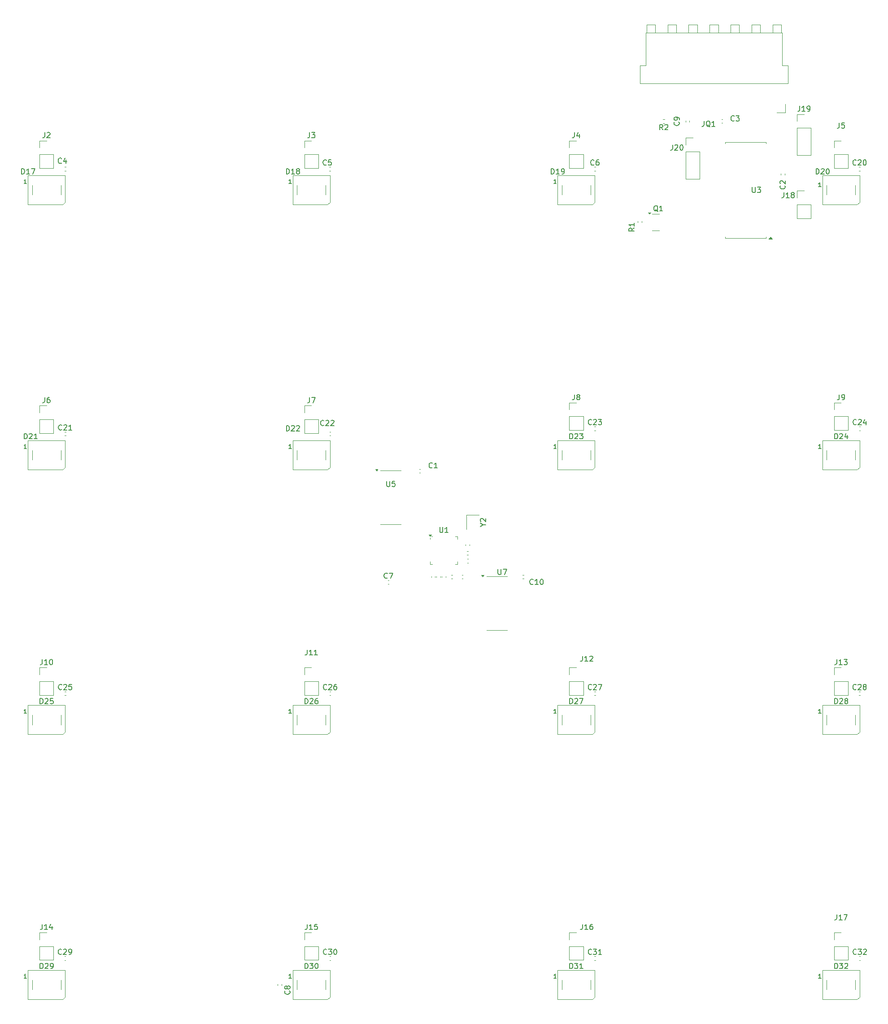
<source format=gbr>
%TF.GenerationSoftware,KiCad,Pcbnew,9.0.0*%
%TF.CreationDate,2025-03-24T06:03:53+01:00*%
%TF.ProjectId,PCB_Chessboard,5043425f-4368-4657-9373-626f6172642e,rev?*%
%TF.SameCoordinates,Original*%
%TF.FileFunction,Legend,Top*%
%TF.FilePolarity,Positive*%
%FSLAX46Y46*%
G04 Gerber Fmt 4.6, Leading zero omitted, Abs format (unit mm)*
G04 Created by KiCad (PCBNEW 9.0.0) date 2025-03-24 06:03:53*
%MOMM*%
%LPD*%
G01*
G04 APERTURE LIST*
%ADD10C,0.150000*%
%ADD11C,0.120000*%
G04 APERTURE END LIST*
D10*
X164359580Y-31166666D02*
X164407200Y-31214285D01*
X164407200Y-31214285D02*
X164454819Y-31357142D01*
X164454819Y-31357142D02*
X164454819Y-31452380D01*
X164454819Y-31452380D02*
X164407200Y-31595237D01*
X164407200Y-31595237D02*
X164311961Y-31690475D01*
X164311961Y-31690475D02*
X164216723Y-31738094D01*
X164216723Y-31738094D02*
X164026247Y-31785713D01*
X164026247Y-31785713D02*
X163883390Y-31785713D01*
X163883390Y-31785713D02*
X163692914Y-31738094D01*
X163692914Y-31738094D02*
X163597676Y-31690475D01*
X163597676Y-31690475D02*
X163502438Y-31595237D01*
X163502438Y-31595237D02*
X163454819Y-31452380D01*
X163454819Y-31452380D02*
X163454819Y-31357142D01*
X163454819Y-31357142D02*
X163502438Y-31214285D01*
X163502438Y-31214285D02*
X163550057Y-31166666D01*
X163550057Y-30785713D02*
X163502438Y-30738094D01*
X163502438Y-30738094D02*
X163454819Y-30642856D01*
X163454819Y-30642856D02*
X163454819Y-30404761D01*
X163454819Y-30404761D02*
X163502438Y-30309523D01*
X163502438Y-30309523D02*
X163550057Y-30261904D01*
X163550057Y-30261904D02*
X163645295Y-30214285D01*
X163645295Y-30214285D02*
X163740533Y-30214285D01*
X163740533Y-30214285D02*
X163883390Y-30261904D01*
X163883390Y-30261904D02*
X164454819Y-30833332D01*
X164454819Y-30833332D02*
X164454819Y-30214285D01*
X174190476Y-168759819D02*
X174190476Y-169474104D01*
X174190476Y-169474104D02*
X174142857Y-169616961D01*
X174142857Y-169616961D02*
X174047619Y-169712200D01*
X174047619Y-169712200D02*
X173904762Y-169759819D01*
X173904762Y-169759819D02*
X173809524Y-169759819D01*
X175190476Y-169759819D02*
X174619048Y-169759819D01*
X174904762Y-169759819D02*
X174904762Y-168759819D01*
X174904762Y-168759819D02*
X174809524Y-168902676D01*
X174809524Y-168902676D02*
X174714286Y-168997914D01*
X174714286Y-168997914D02*
X174619048Y-169045533D01*
X175523810Y-168759819D02*
X176190476Y-168759819D01*
X176190476Y-168759819D02*
X175761905Y-169759819D01*
X124666666Y-21124819D02*
X124666666Y-21839104D01*
X124666666Y-21839104D02*
X124619047Y-21981961D01*
X124619047Y-21981961D02*
X124523809Y-22077200D01*
X124523809Y-22077200D02*
X124380952Y-22124819D01*
X124380952Y-22124819D02*
X124285714Y-22124819D01*
X125571428Y-21458152D02*
X125571428Y-22124819D01*
X125333333Y-21077200D02*
X125095238Y-21791485D01*
X125095238Y-21791485D02*
X125714285Y-21791485D01*
X164190476Y-32454819D02*
X164190476Y-33169104D01*
X164190476Y-33169104D02*
X164142857Y-33311961D01*
X164142857Y-33311961D02*
X164047619Y-33407200D01*
X164047619Y-33407200D02*
X163904762Y-33454819D01*
X163904762Y-33454819D02*
X163809524Y-33454819D01*
X165190476Y-33454819D02*
X164619048Y-33454819D01*
X164904762Y-33454819D02*
X164904762Y-32454819D01*
X164904762Y-32454819D02*
X164809524Y-32597676D01*
X164809524Y-32597676D02*
X164714286Y-32692914D01*
X164714286Y-32692914D02*
X164619048Y-32740533D01*
X165761905Y-32883390D02*
X165666667Y-32835771D01*
X165666667Y-32835771D02*
X165619048Y-32788152D01*
X165619048Y-32788152D02*
X165571429Y-32692914D01*
X165571429Y-32692914D02*
X165571429Y-32645295D01*
X165571429Y-32645295D02*
X165619048Y-32550057D01*
X165619048Y-32550057D02*
X165666667Y-32502438D01*
X165666667Y-32502438D02*
X165761905Y-32454819D01*
X165761905Y-32454819D02*
X165952381Y-32454819D01*
X165952381Y-32454819D02*
X166047619Y-32502438D01*
X166047619Y-32502438D02*
X166095238Y-32550057D01*
X166095238Y-32550057D02*
X166142857Y-32645295D01*
X166142857Y-32645295D02*
X166142857Y-32692914D01*
X166142857Y-32692914D02*
X166095238Y-32788152D01*
X166095238Y-32788152D02*
X166047619Y-32835771D01*
X166047619Y-32835771D02*
X165952381Y-32883390D01*
X165952381Y-32883390D02*
X165761905Y-32883390D01*
X165761905Y-32883390D02*
X165666667Y-32931009D01*
X165666667Y-32931009D02*
X165619048Y-32978628D01*
X165619048Y-32978628D02*
X165571429Y-33073866D01*
X165571429Y-33073866D02*
X165571429Y-33264342D01*
X165571429Y-33264342D02*
X165619048Y-33359580D01*
X165619048Y-33359580D02*
X165666667Y-33407200D01*
X165666667Y-33407200D02*
X165761905Y-33454819D01*
X165761905Y-33454819D02*
X165952381Y-33454819D01*
X165952381Y-33454819D02*
X166047619Y-33407200D01*
X166047619Y-33407200D02*
X166095238Y-33359580D01*
X166095238Y-33359580D02*
X166142857Y-33264342D01*
X166142857Y-33264342D02*
X166142857Y-33073866D01*
X166142857Y-33073866D02*
X166095238Y-32978628D01*
X166095238Y-32978628D02*
X166047619Y-32931009D01*
X166047619Y-32931009D02*
X165952381Y-32883390D01*
X70285714Y-28954819D02*
X70285714Y-27954819D01*
X70285714Y-27954819D02*
X70523809Y-27954819D01*
X70523809Y-27954819D02*
X70666666Y-28002438D01*
X70666666Y-28002438D02*
X70761904Y-28097676D01*
X70761904Y-28097676D02*
X70809523Y-28192914D01*
X70809523Y-28192914D02*
X70857142Y-28383390D01*
X70857142Y-28383390D02*
X70857142Y-28526247D01*
X70857142Y-28526247D02*
X70809523Y-28716723D01*
X70809523Y-28716723D02*
X70761904Y-28811961D01*
X70761904Y-28811961D02*
X70666666Y-28907200D01*
X70666666Y-28907200D02*
X70523809Y-28954819D01*
X70523809Y-28954819D02*
X70285714Y-28954819D01*
X71809523Y-28954819D02*
X71238095Y-28954819D01*
X71523809Y-28954819D02*
X71523809Y-27954819D01*
X71523809Y-27954819D02*
X71428571Y-28097676D01*
X71428571Y-28097676D02*
X71333333Y-28192914D01*
X71333333Y-28192914D02*
X71238095Y-28240533D01*
X72380952Y-28383390D02*
X72285714Y-28335771D01*
X72285714Y-28335771D02*
X72238095Y-28288152D01*
X72238095Y-28288152D02*
X72190476Y-28192914D01*
X72190476Y-28192914D02*
X72190476Y-28145295D01*
X72190476Y-28145295D02*
X72238095Y-28050057D01*
X72238095Y-28050057D02*
X72285714Y-28002438D01*
X72285714Y-28002438D02*
X72380952Y-27954819D01*
X72380952Y-27954819D02*
X72571428Y-27954819D01*
X72571428Y-27954819D02*
X72666666Y-28002438D01*
X72666666Y-28002438D02*
X72714285Y-28050057D01*
X72714285Y-28050057D02*
X72761904Y-28145295D01*
X72761904Y-28145295D02*
X72761904Y-28192914D01*
X72761904Y-28192914D02*
X72714285Y-28288152D01*
X72714285Y-28288152D02*
X72666666Y-28335771D01*
X72666666Y-28335771D02*
X72571428Y-28383390D01*
X72571428Y-28383390D02*
X72380952Y-28383390D01*
X72380952Y-28383390D02*
X72285714Y-28431009D01*
X72285714Y-28431009D02*
X72238095Y-28478628D01*
X72238095Y-28478628D02*
X72190476Y-28573866D01*
X72190476Y-28573866D02*
X72190476Y-28764342D01*
X72190476Y-28764342D02*
X72238095Y-28859580D01*
X72238095Y-28859580D02*
X72285714Y-28907200D01*
X72285714Y-28907200D02*
X72380952Y-28954819D01*
X72380952Y-28954819D02*
X72571428Y-28954819D01*
X72571428Y-28954819D02*
X72666666Y-28907200D01*
X72666666Y-28907200D02*
X72714285Y-28859580D01*
X72714285Y-28859580D02*
X72761904Y-28764342D01*
X72761904Y-28764342D02*
X72761904Y-28573866D01*
X72761904Y-28573866D02*
X72714285Y-28478628D01*
X72714285Y-28478628D02*
X72666666Y-28431009D01*
X72666666Y-28431009D02*
X72571428Y-28383390D01*
X71228571Y-30762295D02*
X70771428Y-30762295D01*
X71000000Y-30762295D02*
X71000000Y-29962295D01*
X71000000Y-29962295D02*
X70923809Y-30076580D01*
X70923809Y-30076580D02*
X70847619Y-30152771D01*
X70847619Y-30152771D02*
X70771428Y-30190866D01*
X177837142Y-27199580D02*
X177789523Y-27247200D01*
X177789523Y-27247200D02*
X177646666Y-27294819D01*
X177646666Y-27294819D02*
X177551428Y-27294819D01*
X177551428Y-27294819D02*
X177408571Y-27247200D01*
X177408571Y-27247200D02*
X177313333Y-27151961D01*
X177313333Y-27151961D02*
X177265714Y-27056723D01*
X177265714Y-27056723D02*
X177218095Y-26866247D01*
X177218095Y-26866247D02*
X177218095Y-26723390D01*
X177218095Y-26723390D02*
X177265714Y-26532914D01*
X177265714Y-26532914D02*
X177313333Y-26437676D01*
X177313333Y-26437676D02*
X177408571Y-26342438D01*
X177408571Y-26342438D02*
X177551428Y-26294819D01*
X177551428Y-26294819D02*
X177646666Y-26294819D01*
X177646666Y-26294819D02*
X177789523Y-26342438D01*
X177789523Y-26342438D02*
X177837142Y-26390057D01*
X178218095Y-26390057D02*
X178265714Y-26342438D01*
X178265714Y-26342438D02*
X178360952Y-26294819D01*
X178360952Y-26294819D02*
X178599047Y-26294819D01*
X178599047Y-26294819D02*
X178694285Y-26342438D01*
X178694285Y-26342438D02*
X178741904Y-26390057D01*
X178741904Y-26390057D02*
X178789523Y-26485295D01*
X178789523Y-26485295D02*
X178789523Y-26580533D01*
X178789523Y-26580533D02*
X178741904Y-26723390D01*
X178741904Y-26723390D02*
X178170476Y-27294819D01*
X178170476Y-27294819D02*
X178789523Y-27294819D01*
X179408571Y-26294819D02*
X179503809Y-26294819D01*
X179503809Y-26294819D02*
X179599047Y-26342438D01*
X179599047Y-26342438D02*
X179646666Y-26390057D01*
X179646666Y-26390057D02*
X179694285Y-26485295D01*
X179694285Y-26485295D02*
X179741904Y-26675771D01*
X179741904Y-26675771D02*
X179741904Y-26913866D01*
X179741904Y-26913866D02*
X179694285Y-27104342D01*
X179694285Y-27104342D02*
X179646666Y-27199580D01*
X179646666Y-27199580D02*
X179599047Y-27247200D01*
X179599047Y-27247200D02*
X179503809Y-27294819D01*
X179503809Y-27294819D02*
X179408571Y-27294819D01*
X179408571Y-27294819D02*
X179313333Y-27247200D01*
X179313333Y-27247200D02*
X179265714Y-27199580D01*
X179265714Y-27199580D02*
X179218095Y-27104342D01*
X179218095Y-27104342D02*
X179170476Y-26913866D01*
X179170476Y-26913866D02*
X179170476Y-26675771D01*
X179170476Y-26675771D02*
X179218095Y-26485295D01*
X179218095Y-26485295D02*
X179265714Y-26390057D01*
X179265714Y-26390057D02*
X179313333Y-26342438D01*
X179313333Y-26342438D02*
X179408571Y-26294819D01*
X174666666Y-19299819D02*
X174666666Y-20014104D01*
X174666666Y-20014104D02*
X174619047Y-20156961D01*
X174619047Y-20156961D02*
X174523809Y-20252200D01*
X174523809Y-20252200D02*
X174380952Y-20299819D01*
X174380952Y-20299819D02*
X174285714Y-20299819D01*
X175619047Y-19299819D02*
X175142857Y-19299819D01*
X175142857Y-19299819D02*
X175095238Y-19776009D01*
X175095238Y-19776009D02*
X175142857Y-19728390D01*
X175142857Y-19728390D02*
X175238095Y-19680771D01*
X175238095Y-19680771D02*
X175476190Y-19680771D01*
X175476190Y-19680771D02*
X175571428Y-19728390D01*
X175571428Y-19728390D02*
X175619047Y-19776009D01*
X175619047Y-19776009D02*
X175666666Y-19871247D01*
X175666666Y-19871247D02*
X175666666Y-20109342D01*
X175666666Y-20109342D02*
X175619047Y-20204580D01*
X175619047Y-20204580D02*
X175571428Y-20252200D01*
X175571428Y-20252200D02*
X175476190Y-20299819D01*
X175476190Y-20299819D02*
X175238095Y-20299819D01*
X175238095Y-20299819D02*
X175142857Y-20252200D01*
X175142857Y-20252200D02*
X175095238Y-20204580D01*
X177877142Y-76199580D02*
X177829523Y-76247200D01*
X177829523Y-76247200D02*
X177686666Y-76294819D01*
X177686666Y-76294819D02*
X177591428Y-76294819D01*
X177591428Y-76294819D02*
X177448571Y-76247200D01*
X177448571Y-76247200D02*
X177353333Y-76151961D01*
X177353333Y-76151961D02*
X177305714Y-76056723D01*
X177305714Y-76056723D02*
X177258095Y-75866247D01*
X177258095Y-75866247D02*
X177258095Y-75723390D01*
X177258095Y-75723390D02*
X177305714Y-75532914D01*
X177305714Y-75532914D02*
X177353333Y-75437676D01*
X177353333Y-75437676D02*
X177448571Y-75342438D01*
X177448571Y-75342438D02*
X177591428Y-75294819D01*
X177591428Y-75294819D02*
X177686666Y-75294819D01*
X177686666Y-75294819D02*
X177829523Y-75342438D01*
X177829523Y-75342438D02*
X177877142Y-75390057D01*
X178258095Y-75390057D02*
X178305714Y-75342438D01*
X178305714Y-75342438D02*
X178400952Y-75294819D01*
X178400952Y-75294819D02*
X178639047Y-75294819D01*
X178639047Y-75294819D02*
X178734285Y-75342438D01*
X178734285Y-75342438D02*
X178781904Y-75390057D01*
X178781904Y-75390057D02*
X178829523Y-75485295D01*
X178829523Y-75485295D02*
X178829523Y-75580533D01*
X178829523Y-75580533D02*
X178781904Y-75723390D01*
X178781904Y-75723390D02*
X178210476Y-76294819D01*
X178210476Y-76294819D02*
X178829523Y-76294819D01*
X179686666Y-75628152D02*
X179686666Y-76294819D01*
X179448571Y-75247200D02*
X179210476Y-75961485D01*
X179210476Y-75961485D02*
X179829523Y-75961485D01*
X127877142Y-126199580D02*
X127829523Y-126247200D01*
X127829523Y-126247200D02*
X127686666Y-126294819D01*
X127686666Y-126294819D02*
X127591428Y-126294819D01*
X127591428Y-126294819D02*
X127448571Y-126247200D01*
X127448571Y-126247200D02*
X127353333Y-126151961D01*
X127353333Y-126151961D02*
X127305714Y-126056723D01*
X127305714Y-126056723D02*
X127258095Y-125866247D01*
X127258095Y-125866247D02*
X127258095Y-125723390D01*
X127258095Y-125723390D02*
X127305714Y-125532914D01*
X127305714Y-125532914D02*
X127353333Y-125437676D01*
X127353333Y-125437676D02*
X127448571Y-125342438D01*
X127448571Y-125342438D02*
X127591428Y-125294819D01*
X127591428Y-125294819D02*
X127686666Y-125294819D01*
X127686666Y-125294819D02*
X127829523Y-125342438D01*
X127829523Y-125342438D02*
X127877142Y-125390057D01*
X128258095Y-125390057D02*
X128305714Y-125342438D01*
X128305714Y-125342438D02*
X128400952Y-125294819D01*
X128400952Y-125294819D02*
X128639047Y-125294819D01*
X128639047Y-125294819D02*
X128734285Y-125342438D01*
X128734285Y-125342438D02*
X128781904Y-125390057D01*
X128781904Y-125390057D02*
X128829523Y-125485295D01*
X128829523Y-125485295D02*
X128829523Y-125580533D01*
X128829523Y-125580533D02*
X128781904Y-125723390D01*
X128781904Y-125723390D02*
X128210476Y-126294819D01*
X128210476Y-126294819D02*
X128829523Y-126294819D01*
X129162857Y-125294819D02*
X129829523Y-125294819D01*
X129829523Y-125294819D02*
X129400952Y-126294819D01*
X77357142Y-76359580D02*
X77309523Y-76407200D01*
X77309523Y-76407200D02*
X77166666Y-76454819D01*
X77166666Y-76454819D02*
X77071428Y-76454819D01*
X77071428Y-76454819D02*
X76928571Y-76407200D01*
X76928571Y-76407200D02*
X76833333Y-76311961D01*
X76833333Y-76311961D02*
X76785714Y-76216723D01*
X76785714Y-76216723D02*
X76738095Y-76026247D01*
X76738095Y-76026247D02*
X76738095Y-75883390D01*
X76738095Y-75883390D02*
X76785714Y-75692914D01*
X76785714Y-75692914D02*
X76833333Y-75597676D01*
X76833333Y-75597676D02*
X76928571Y-75502438D01*
X76928571Y-75502438D02*
X77071428Y-75454819D01*
X77071428Y-75454819D02*
X77166666Y-75454819D01*
X77166666Y-75454819D02*
X77309523Y-75502438D01*
X77309523Y-75502438D02*
X77357142Y-75550057D01*
X77738095Y-75550057D02*
X77785714Y-75502438D01*
X77785714Y-75502438D02*
X77880952Y-75454819D01*
X77880952Y-75454819D02*
X78119047Y-75454819D01*
X78119047Y-75454819D02*
X78214285Y-75502438D01*
X78214285Y-75502438D02*
X78261904Y-75550057D01*
X78261904Y-75550057D02*
X78309523Y-75645295D01*
X78309523Y-75645295D02*
X78309523Y-75740533D01*
X78309523Y-75740533D02*
X78261904Y-75883390D01*
X78261904Y-75883390D02*
X77690476Y-76454819D01*
X77690476Y-76454819D02*
X78309523Y-76454819D01*
X78690476Y-75550057D02*
X78738095Y-75502438D01*
X78738095Y-75502438D02*
X78833333Y-75454819D01*
X78833333Y-75454819D02*
X79071428Y-75454819D01*
X79071428Y-75454819D02*
X79166666Y-75502438D01*
X79166666Y-75502438D02*
X79214285Y-75550057D01*
X79214285Y-75550057D02*
X79261904Y-75645295D01*
X79261904Y-75645295D02*
X79261904Y-75740533D01*
X79261904Y-75740533D02*
X79214285Y-75883390D01*
X79214285Y-75883390D02*
X78642857Y-76454819D01*
X78642857Y-76454819D02*
X79261904Y-76454819D01*
X24666666Y-21124819D02*
X24666666Y-21839104D01*
X24666666Y-21839104D02*
X24619047Y-21981961D01*
X24619047Y-21981961D02*
X24523809Y-22077200D01*
X24523809Y-22077200D02*
X24380952Y-22124819D01*
X24380952Y-22124819D02*
X24285714Y-22124819D01*
X25095238Y-21220057D02*
X25142857Y-21172438D01*
X25142857Y-21172438D02*
X25238095Y-21124819D01*
X25238095Y-21124819D02*
X25476190Y-21124819D01*
X25476190Y-21124819D02*
X25571428Y-21172438D01*
X25571428Y-21172438D02*
X25619047Y-21220057D01*
X25619047Y-21220057D02*
X25666666Y-21315295D01*
X25666666Y-21315295D02*
X25666666Y-21410533D01*
X25666666Y-21410533D02*
X25619047Y-21553390D01*
X25619047Y-21553390D02*
X25047619Y-22124819D01*
X25047619Y-22124819D02*
X25666666Y-22124819D01*
X177877142Y-176199580D02*
X177829523Y-176247200D01*
X177829523Y-176247200D02*
X177686666Y-176294819D01*
X177686666Y-176294819D02*
X177591428Y-176294819D01*
X177591428Y-176294819D02*
X177448571Y-176247200D01*
X177448571Y-176247200D02*
X177353333Y-176151961D01*
X177353333Y-176151961D02*
X177305714Y-176056723D01*
X177305714Y-176056723D02*
X177258095Y-175866247D01*
X177258095Y-175866247D02*
X177258095Y-175723390D01*
X177258095Y-175723390D02*
X177305714Y-175532914D01*
X177305714Y-175532914D02*
X177353333Y-175437676D01*
X177353333Y-175437676D02*
X177448571Y-175342438D01*
X177448571Y-175342438D02*
X177591428Y-175294819D01*
X177591428Y-175294819D02*
X177686666Y-175294819D01*
X177686666Y-175294819D02*
X177829523Y-175342438D01*
X177829523Y-175342438D02*
X177877142Y-175390057D01*
X178210476Y-175294819D02*
X178829523Y-175294819D01*
X178829523Y-175294819D02*
X178496190Y-175675771D01*
X178496190Y-175675771D02*
X178639047Y-175675771D01*
X178639047Y-175675771D02*
X178734285Y-175723390D01*
X178734285Y-175723390D02*
X178781904Y-175771009D01*
X178781904Y-175771009D02*
X178829523Y-175866247D01*
X178829523Y-175866247D02*
X178829523Y-176104342D01*
X178829523Y-176104342D02*
X178781904Y-176199580D01*
X178781904Y-176199580D02*
X178734285Y-176247200D01*
X178734285Y-176247200D02*
X178639047Y-176294819D01*
X178639047Y-176294819D02*
X178353333Y-176294819D01*
X178353333Y-176294819D02*
X178258095Y-176247200D01*
X178258095Y-176247200D02*
X178210476Y-176199580D01*
X179210476Y-175390057D02*
X179258095Y-175342438D01*
X179258095Y-175342438D02*
X179353333Y-175294819D01*
X179353333Y-175294819D02*
X179591428Y-175294819D01*
X179591428Y-175294819D02*
X179686666Y-175342438D01*
X179686666Y-175342438D02*
X179734285Y-175390057D01*
X179734285Y-175390057D02*
X179781904Y-175485295D01*
X179781904Y-175485295D02*
X179781904Y-175580533D01*
X179781904Y-175580533D02*
X179734285Y-175723390D01*
X179734285Y-175723390D02*
X179162857Y-176294819D01*
X179162857Y-176294819D02*
X179781904Y-176294819D01*
X144359580Y-19166666D02*
X144407200Y-19214285D01*
X144407200Y-19214285D02*
X144454819Y-19357142D01*
X144454819Y-19357142D02*
X144454819Y-19452380D01*
X144454819Y-19452380D02*
X144407200Y-19595237D01*
X144407200Y-19595237D02*
X144311961Y-19690475D01*
X144311961Y-19690475D02*
X144216723Y-19738094D01*
X144216723Y-19738094D02*
X144026247Y-19785713D01*
X144026247Y-19785713D02*
X143883390Y-19785713D01*
X143883390Y-19785713D02*
X143692914Y-19738094D01*
X143692914Y-19738094D02*
X143597676Y-19690475D01*
X143597676Y-19690475D02*
X143502438Y-19595237D01*
X143502438Y-19595237D02*
X143454819Y-19452380D01*
X143454819Y-19452380D02*
X143454819Y-19357142D01*
X143454819Y-19357142D02*
X143502438Y-19214285D01*
X143502438Y-19214285D02*
X143550057Y-19166666D01*
X144454819Y-18690475D02*
X144454819Y-18499999D01*
X144454819Y-18499999D02*
X144407200Y-18404761D01*
X144407200Y-18404761D02*
X144359580Y-18357142D01*
X144359580Y-18357142D02*
X144216723Y-18261904D01*
X144216723Y-18261904D02*
X144026247Y-18214285D01*
X144026247Y-18214285D02*
X143645295Y-18214285D01*
X143645295Y-18214285D02*
X143550057Y-18261904D01*
X143550057Y-18261904D02*
X143502438Y-18309523D01*
X143502438Y-18309523D02*
X143454819Y-18404761D01*
X143454819Y-18404761D02*
X143454819Y-18595237D01*
X143454819Y-18595237D02*
X143502438Y-18690475D01*
X143502438Y-18690475D02*
X143550057Y-18738094D01*
X143550057Y-18738094D02*
X143645295Y-18785713D01*
X143645295Y-18785713D02*
X143883390Y-18785713D01*
X143883390Y-18785713D02*
X143978628Y-18738094D01*
X143978628Y-18738094D02*
X144026247Y-18690475D01*
X144026247Y-18690475D02*
X144073866Y-18595237D01*
X144073866Y-18595237D02*
X144073866Y-18404761D01*
X144073866Y-18404761D02*
X144026247Y-18309523D01*
X144026247Y-18309523D02*
X143978628Y-18261904D01*
X143978628Y-18261904D02*
X143883390Y-18214285D01*
X89238095Y-86954819D02*
X89238095Y-87764342D01*
X89238095Y-87764342D02*
X89285714Y-87859580D01*
X89285714Y-87859580D02*
X89333333Y-87907200D01*
X89333333Y-87907200D02*
X89428571Y-87954819D01*
X89428571Y-87954819D02*
X89619047Y-87954819D01*
X89619047Y-87954819D02*
X89714285Y-87907200D01*
X89714285Y-87907200D02*
X89761904Y-87859580D01*
X89761904Y-87859580D02*
X89809523Y-87764342D01*
X89809523Y-87764342D02*
X89809523Y-86954819D01*
X90761904Y-86954819D02*
X90285714Y-86954819D01*
X90285714Y-86954819D02*
X90238095Y-87431009D01*
X90238095Y-87431009D02*
X90285714Y-87383390D01*
X90285714Y-87383390D02*
X90380952Y-87335771D01*
X90380952Y-87335771D02*
X90619047Y-87335771D01*
X90619047Y-87335771D02*
X90714285Y-87383390D01*
X90714285Y-87383390D02*
X90761904Y-87431009D01*
X90761904Y-87431009D02*
X90809523Y-87526247D01*
X90809523Y-87526247D02*
X90809523Y-87764342D01*
X90809523Y-87764342D02*
X90761904Y-87859580D01*
X90761904Y-87859580D02*
X90714285Y-87907200D01*
X90714285Y-87907200D02*
X90619047Y-87954819D01*
X90619047Y-87954819D02*
X90380952Y-87954819D01*
X90380952Y-87954819D02*
X90285714Y-87907200D01*
X90285714Y-87907200D02*
X90238095Y-87859580D01*
X174666666Y-70584819D02*
X174666666Y-71299104D01*
X174666666Y-71299104D02*
X174619047Y-71441961D01*
X174619047Y-71441961D02*
X174523809Y-71537200D01*
X174523809Y-71537200D02*
X174380952Y-71584819D01*
X174380952Y-71584819D02*
X174285714Y-71584819D01*
X175190476Y-71584819D02*
X175380952Y-71584819D01*
X175380952Y-71584819D02*
X175476190Y-71537200D01*
X175476190Y-71537200D02*
X175523809Y-71489580D01*
X175523809Y-71489580D02*
X175619047Y-71346723D01*
X175619047Y-71346723D02*
X175666666Y-71156247D01*
X175666666Y-71156247D02*
X175666666Y-70775295D01*
X175666666Y-70775295D02*
X175619047Y-70680057D01*
X175619047Y-70680057D02*
X175571428Y-70632438D01*
X175571428Y-70632438D02*
X175476190Y-70584819D01*
X175476190Y-70584819D02*
X175285714Y-70584819D01*
X175285714Y-70584819D02*
X175190476Y-70632438D01*
X175190476Y-70632438D02*
X175142857Y-70680057D01*
X175142857Y-70680057D02*
X175095238Y-70775295D01*
X175095238Y-70775295D02*
X175095238Y-71013390D01*
X175095238Y-71013390D02*
X175142857Y-71108628D01*
X175142857Y-71108628D02*
X175190476Y-71156247D01*
X175190476Y-71156247D02*
X175285714Y-71203866D01*
X175285714Y-71203866D02*
X175476190Y-71203866D01*
X175476190Y-71203866D02*
X175571428Y-71156247D01*
X175571428Y-71156247D02*
X175619047Y-71108628D01*
X175619047Y-71108628D02*
X175666666Y-71013390D01*
X120285714Y-28954819D02*
X120285714Y-27954819D01*
X120285714Y-27954819D02*
X120523809Y-27954819D01*
X120523809Y-27954819D02*
X120666666Y-28002438D01*
X120666666Y-28002438D02*
X120761904Y-28097676D01*
X120761904Y-28097676D02*
X120809523Y-28192914D01*
X120809523Y-28192914D02*
X120857142Y-28383390D01*
X120857142Y-28383390D02*
X120857142Y-28526247D01*
X120857142Y-28526247D02*
X120809523Y-28716723D01*
X120809523Y-28716723D02*
X120761904Y-28811961D01*
X120761904Y-28811961D02*
X120666666Y-28907200D01*
X120666666Y-28907200D02*
X120523809Y-28954819D01*
X120523809Y-28954819D02*
X120285714Y-28954819D01*
X121809523Y-28954819D02*
X121238095Y-28954819D01*
X121523809Y-28954819D02*
X121523809Y-27954819D01*
X121523809Y-27954819D02*
X121428571Y-28097676D01*
X121428571Y-28097676D02*
X121333333Y-28192914D01*
X121333333Y-28192914D02*
X121238095Y-28240533D01*
X122285714Y-28954819D02*
X122476190Y-28954819D01*
X122476190Y-28954819D02*
X122571428Y-28907200D01*
X122571428Y-28907200D02*
X122619047Y-28859580D01*
X122619047Y-28859580D02*
X122714285Y-28716723D01*
X122714285Y-28716723D02*
X122761904Y-28526247D01*
X122761904Y-28526247D02*
X122761904Y-28145295D01*
X122761904Y-28145295D02*
X122714285Y-28050057D01*
X122714285Y-28050057D02*
X122666666Y-28002438D01*
X122666666Y-28002438D02*
X122571428Y-27954819D01*
X122571428Y-27954819D02*
X122380952Y-27954819D01*
X122380952Y-27954819D02*
X122285714Y-28002438D01*
X122285714Y-28002438D02*
X122238095Y-28050057D01*
X122238095Y-28050057D02*
X122190476Y-28145295D01*
X122190476Y-28145295D02*
X122190476Y-28383390D01*
X122190476Y-28383390D02*
X122238095Y-28478628D01*
X122238095Y-28478628D02*
X122285714Y-28526247D01*
X122285714Y-28526247D02*
X122380952Y-28573866D01*
X122380952Y-28573866D02*
X122571428Y-28573866D01*
X122571428Y-28573866D02*
X122666666Y-28526247D01*
X122666666Y-28526247D02*
X122714285Y-28478628D01*
X122714285Y-28478628D02*
X122761904Y-28383390D01*
X121228571Y-30762295D02*
X120771428Y-30762295D01*
X121000000Y-30762295D02*
X121000000Y-29962295D01*
X121000000Y-29962295D02*
X120923809Y-30076580D01*
X120923809Y-30076580D02*
X120847619Y-30152771D01*
X120847619Y-30152771D02*
X120771428Y-30190866D01*
X89353333Y-105199580D02*
X89305714Y-105247200D01*
X89305714Y-105247200D02*
X89162857Y-105294819D01*
X89162857Y-105294819D02*
X89067619Y-105294819D01*
X89067619Y-105294819D02*
X88924762Y-105247200D01*
X88924762Y-105247200D02*
X88829524Y-105151961D01*
X88829524Y-105151961D02*
X88781905Y-105056723D01*
X88781905Y-105056723D02*
X88734286Y-104866247D01*
X88734286Y-104866247D02*
X88734286Y-104723390D01*
X88734286Y-104723390D02*
X88781905Y-104532914D01*
X88781905Y-104532914D02*
X88829524Y-104437676D01*
X88829524Y-104437676D02*
X88924762Y-104342438D01*
X88924762Y-104342438D02*
X89067619Y-104294819D01*
X89067619Y-104294819D02*
X89162857Y-104294819D01*
X89162857Y-104294819D02*
X89305714Y-104342438D01*
X89305714Y-104342438D02*
X89353333Y-104390057D01*
X89686667Y-104294819D02*
X90353333Y-104294819D01*
X90353333Y-104294819D02*
X89924762Y-105294819D01*
X128353333Y-27199580D02*
X128305714Y-27247200D01*
X128305714Y-27247200D02*
X128162857Y-27294819D01*
X128162857Y-27294819D02*
X128067619Y-27294819D01*
X128067619Y-27294819D02*
X127924762Y-27247200D01*
X127924762Y-27247200D02*
X127829524Y-27151961D01*
X127829524Y-27151961D02*
X127781905Y-27056723D01*
X127781905Y-27056723D02*
X127734286Y-26866247D01*
X127734286Y-26866247D02*
X127734286Y-26723390D01*
X127734286Y-26723390D02*
X127781905Y-26532914D01*
X127781905Y-26532914D02*
X127829524Y-26437676D01*
X127829524Y-26437676D02*
X127924762Y-26342438D01*
X127924762Y-26342438D02*
X128067619Y-26294819D01*
X128067619Y-26294819D02*
X128162857Y-26294819D01*
X128162857Y-26294819D02*
X128305714Y-26342438D01*
X128305714Y-26342438D02*
X128353333Y-26390057D01*
X129210476Y-26294819D02*
X129020000Y-26294819D01*
X129020000Y-26294819D02*
X128924762Y-26342438D01*
X128924762Y-26342438D02*
X128877143Y-26390057D01*
X128877143Y-26390057D02*
X128781905Y-26532914D01*
X128781905Y-26532914D02*
X128734286Y-26723390D01*
X128734286Y-26723390D02*
X128734286Y-27104342D01*
X128734286Y-27104342D02*
X128781905Y-27199580D01*
X128781905Y-27199580D02*
X128829524Y-27247200D01*
X128829524Y-27247200D02*
X128924762Y-27294819D01*
X128924762Y-27294819D02*
X129115238Y-27294819D01*
X129115238Y-27294819D02*
X129210476Y-27247200D01*
X129210476Y-27247200D02*
X129258095Y-27199580D01*
X129258095Y-27199580D02*
X129305714Y-27104342D01*
X129305714Y-27104342D02*
X129305714Y-26866247D01*
X129305714Y-26866247D02*
X129258095Y-26771009D01*
X129258095Y-26771009D02*
X129210476Y-26723390D01*
X129210476Y-26723390D02*
X129115238Y-26675771D01*
X129115238Y-26675771D02*
X128924762Y-26675771D01*
X128924762Y-26675771D02*
X128829524Y-26723390D01*
X128829524Y-26723390D02*
X128781905Y-26771009D01*
X128781905Y-26771009D02*
X128734286Y-26866247D01*
X74666666Y-71124819D02*
X74666666Y-71839104D01*
X74666666Y-71839104D02*
X74619047Y-71981961D01*
X74619047Y-71981961D02*
X74523809Y-72077200D01*
X74523809Y-72077200D02*
X74380952Y-72124819D01*
X74380952Y-72124819D02*
X74285714Y-72124819D01*
X75047619Y-71124819D02*
X75714285Y-71124819D01*
X75714285Y-71124819D02*
X75285714Y-72124819D01*
X20285714Y-28954819D02*
X20285714Y-27954819D01*
X20285714Y-27954819D02*
X20523809Y-27954819D01*
X20523809Y-27954819D02*
X20666666Y-28002438D01*
X20666666Y-28002438D02*
X20761904Y-28097676D01*
X20761904Y-28097676D02*
X20809523Y-28192914D01*
X20809523Y-28192914D02*
X20857142Y-28383390D01*
X20857142Y-28383390D02*
X20857142Y-28526247D01*
X20857142Y-28526247D02*
X20809523Y-28716723D01*
X20809523Y-28716723D02*
X20761904Y-28811961D01*
X20761904Y-28811961D02*
X20666666Y-28907200D01*
X20666666Y-28907200D02*
X20523809Y-28954819D01*
X20523809Y-28954819D02*
X20285714Y-28954819D01*
X21809523Y-28954819D02*
X21238095Y-28954819D01*
X21523809Y-28954819D02*
X21523809Y-27954819D01*
X21523809Y-27954819D02*
X21428571Y-28097676D01*
X21428571Y-28097676D02*
X21333333Y-28192914D01*
X21333333Y-28192914D02*
X21238095Y-28240533D01*
X22142857Y-27954819D02*
X22809523Y-27954819D01*
X22809523Y-27954819D02*
X22380952Y-28954819D01*
X21228571Y-30762295D02*
X20771428Y-30762295D01*
X21000000Y-30762295D02*
X21000000Y-29962295D01*
X21000000Y-29962295D02*
X20923809Y-30076580D01*
X20923809Y-30076580D02*
X20847619Y-30152771D01*
X20847619Y-30152771D02*
X20771428Y-30190866D01*
X73785714Y-178954819D02*
X73785714Y-177954819D01*
X73785714Y-177954819D02*
X74023809Y-177954819D01*
X74023809Y-177954819D02*
X74166666Y-178002438D01*
X74166666Y-178002438D02*
X74261904Y-178097676D01*
X74261904Y-178097676D02*
X74309523Y-178192914D01*
X74309523Y-178192914D02*
X74357142Y-178383390D01*
X74357142Y-178383390D02*
X74357142Y-178526247D01*
X74357142Y-178526247D02*
X74309523Y-178716723D01*
X74309523Y-178716723D02*
X74261904Y-178811961D01*
X74261904Y-178811961D02*
X74166666Y-178907200D01*
X74166666Y-178907200D02*
X74023809Y-178954819D01*
X74023809Y-178954819D02*
X73785714Y-178954819D01*
X74690476Y-177954819D02*
X75309523Y-177954819D01*
X75309523Y-177954819D02*
X74976190Y-178335771D01*
X74976190Y-178335771D02*
X75119047Y-178335771D01*
X75119047Y-178335771D02*
X75214285Y-178383390D01*
X75214285Y-178383390D02*
X75261904Y-178431009D01*
X75261904Y-178431009D02*
X75309523Y-178526247D01*
X75309523Y-178526247D02*
X75309523Y-178764342D01*
X75309523Y-178764342D02*
X75261904Y-178859580D01*
X75261904Y-178859580D02*
X75214285Y-178907200D01*
X75214285Y-178907200D02*
X75119047Y-178954819D01*
X75119047Y-178954819D02*
X74833333Y-178954819D01*
X74833333Y-178954819D02*
X74738095Y-178907200D01*
X74738095Y-178907200D02*
X74690476Y-178859580D01*
X75928571Y-177954819D02*
X76023809Y-177954819D01*
X76023809Y-177954819D02*
X76119047Y-178002438D01*
X76119047Y-178002438D02*
X76166666Y-178050057D01*
X76166666Y-178050057D02*
X76214285Y-178145295D01*
X76214285Y-178145295D02*
X76261904Y-178335771D01*
X76261904Y-178335771D02*
X76261904Y-178573866D01*
X76261904Y-178573866D02*
X76214285Y-178764342D01*
X76214285Y-178764342D02*
X76166666Y-178859580D01*
X76166666Y-178859580D02*
X76119047Y-178907200D01*
X76119047Y-178907200D02*
X76023809Y-178954819D01*
X76023809Y-178954819D02*
X75928571Y-178954819D01*
X75928571Y-178954819D02*
X75833333Y-178907200D01*
X75833333Y-178907200D02*
X75785714Y-178859580D01*
X75785714Y-178859580D02*
X75738095Y-178764342D01*
X75738095Y-178764342D02*
X75690476Y-178573866D01*
X75690476Y-178573866D02*
X75690476Y-178335771D01*
X75690476Y-178335771D02*
X75738095Y-178145295D01*
X75738095Y-178145295D02*
X75785714Y-178050057D01*
X75785714Y-178050057D02*
X75833333Y-178002438D01*
X75833333Y-178002438D02*
X75928571Y-177954819D01*
X71228571Y-180762295D02*
X70771428Y-180762295D01*
X71000000Y-180762295D02*
X71000000Y-179962295D01*
X71000000Y-179962295D02*
X70923809Y-180076580D01*
X70923809Y-180076580D02*
X70847619Y-180152771D01*
X70847619Y-180152771D02*
X70771428Y-180190866D01*
X167190476Y-16124819D02*
X167190476Y-16839104D01*
X167190476Y-16839104D02*
X167142857Y-16981961D01*
X167142857Y-16981961D02*
X167047619Y-17077200D01*
X167047619Y-17077200D02*
X166904762Y-17124819D01*
X166904762Y-17124819D02*
X166809524Y-17124819D01*
X168190476Y-17124819D02*
X167619048Y-17124819D01*
X167904762Y-17124819D02*
X167904762Y-16124819D01*
X167904762Y-16124819D02*
X167809524Y-16267676D01*
X167809524Y-16267676D02*
X167714286Y-16362914D01*
X167714286Y-16362914D02*
X167619048Y-16410533D01*
X168666667Y-17124819D02*
X168857143Y-17124819D01*
X168857143Y-17124819D02*
X168952381Y-17077200D01*
X168952381Y-17077200D02*
X169000000Y-17029580D01*
X169000000Y-17029580D02*
X169095238Y-16886723D01*
X169095238Y-16886723D02*
X169142857Y-16696247D01*
X169142857Y-16696247D02*
X169142857Y-16315295D01*
X169142857Y-16315295D02*
X169095238Y-16220057D01*
X169095238Y-16220057D02*
X169047619Y-16172438D01*
X169047619Y-16172438D02*
X168952381Y-16124819D01*
X168952381Y-16124819D02*
X168761905Y-16124819D01*
X168761905Y-16124819D02*
X168666667Y-16172438D01*
X168666667Y-16172438D02*
X168619048Y-16220057D01*
X168619048Y-16220057D02*
X168571429Y-16315295D01*
X168571429Y-16315295D02*
X168571429Y-16553390D01*
X168571429Y-16553390D02*
X168619048Y-16648628D01*
X168619048Y-16648628D02*
X168666667Y-16696247D01*
X168666667Y-16696247D02*
X168761905Y-16743866D01*
X168761905Y-16743866D02*
X168952381Y-16743866D01*
X168952381Y-16743866D02*
X169047619Y-16696247D01*
X169047619Y-16696247D02*
X169095238Y-16648628D01*
X169095238Y-16648628D02*
X169142857Y-16553390D01*
X116857142Y-106359580D02*
X116809523Y-106407200D01*
X116809523Y-106407200D02*
X116666666Y-106454819D01*
X116666666Y-106454819D02*
X116571428Y-106454819D01*
X116571428Y-106454819D02*
X116428571Y-106407200D01*
X116428571Y-106407200D02*
X116333333Y-106311961D01*
X116333333Y-106311961D02*
X116285714Y-106216723D01*
X116285714Y-106216723D02*
X116238095Y-106026247D01*
X116238095Y-106026247D02*
X116238095Y-105883390D01*
X116238095Y-105883390D02*
X116285714Y-105692914D01*
X116285714Y-105692914D02*
X116333333Y-105597676D01*
X116333333Y-105597676D02*
X116428571Y-105502438D01*
X116428571Y-105502438D02*
X116571428Y-105454819D01*
X116571428Y-105454819D02*
X116666666Y-105454819D01*
X116666666Y-105454819D02*
X116809523Y-105502438D01*
X116809523Y-105502438D02*
X116857142Y-105550057D01*
X117809523Y-106454819D02*
X117238095Y-106454819D01*
X117523809Y-106454819D02*
X117523809Y-105454819D01*
X117523809Y-105454819D02*
X117428571Y-105597676D01*
X117428571Y-105597676D02*
X117333333Y-105692914D01*
X117333333Y-105692914D02*
X117238095Y-105740533D01*
X118428571Y-105454819D02*
X118523809Y-105454819D01*
X118523809Y-105454819D02*
X118619047Y-105502438D01*
X118619047Y-105502438D02*
X118666666Y-105550057D01*
X118666666Y-105550057D02*
X118714285Y-105645295D01*
X118714285Y-105645295D02*
X118761904Y-105835771D01*
X118761904Y-105835771D02*
X118761904Y-106073866D01*
X118761904Y-106073866D02*
X118714285Y-106264342D01*
X118714285Y-106264342D02*
X118666666Y-106359580D01*
X118666666Y-106359580D02*
X118619047Y-106407200D01*
X118619047Y-106407200D02*
X118523809Y-106454819D01*
X118523809Y-106454819D02*
X118428571Y-106454819D01*
X118428571Y-106454819D02*
X118333333Y-106407200D01*
X118333333Y-106407200D02*
X118285714Y-106359580D01*
X118285714Y-106359580D02*
X118238095Y-106264342D01*
X118238095Y-106264342D02*
X118190476Y-106073866D01*
X118190476Y-106073866D02*
X118190476Y-105835771D01*
X118190476Y-105835771D02*
X118238095Y-105645295D01*
X118238095Y-105645295D02*
X118285714Y-105550057D01*
X118285714Y-105550057D02*
X118333333Y-105502438D01*
X118333333Y-105502438D02*
X118428571Y-105454819D01*
X141343333Y-20624819D02*
X141010000Y-20148628D01*
X140771905Y-20624819D02*
X140771905Y-19624819D01*
X140771905Y-19624819D02*
X141152857Y-19624819D01*
X141152857Y-19624819D02*
X141248095Y-19672438D01*
X141248095Y-19672438D02*
X141295714Y-19720057D01*
X141295714Y-19720057D02*
X141343333Y-19815295D01*
X141343333Y-19815295D02*
X141343333Y-19958152D01*
X141343333Y-19958152D02*
X141295714Y-20053390D01*
X141295714Y-20053390D02*
X141248095Y-20101009D01*
X141248095Y-20101009D02*
X141152857Y-20148628D01*
X141152857Y-20148628D02*
X140771905Y-20148628D01*
X141724286Y-19720057D02*
X141771905Y-19672438D01*
X141771905Y-19672438D02*
X141867143Y-19624819D01*
X141867143Y-19624819D02*
X142105238Y-19624819D01*
X142105238Y-19624819D02*
X142200476Y-19672438D01*
X142200476Y-19672438D02*
X142248095Y-19720057D01*
X142248095Y-19720057D02*
X142295714Y-19815295D01*
X142295714Y-19815295D02*
X142295714Y-19910533D01*
X142295714Y-19910533D02*
X142248095Y-20053390D01*
X142248095Y-20053390D02*
X141676667Y-20624819D01*
X141676667Y-20624819D02*
X142295714Y-20624819D01*
X170285714Y-28954819D02*
X170285714Y-27954819D01*
X170285714Y-27954819D02*
X170523809Y-27954819D01*
X170523809Y-27954819D02*
X170666666Y-28002438D01*
X170666666Y-28002438D02*
X170761904Y-28097676D01*
X170761904Y-28097676D02*
X170809523Y-28192914D01*
X170809523Y-28192914D02*
X170857142Y-28383390D01*
X170857142Y-28383390D02*
X170857142Y-28526247D01*
X170857142Y-28526247D02*
X170809523Y-28716723D01*
X170809523Y-28716723D02*
X170761904Y-28811961D01*
X170761904Y-28811961D02*
X170666666Y-28907200D01*
X170666666Y-28907200D02*
X170523809Y-28954819D01*
X170523809Y-28954819D02*
X170285714Y-28954819D01*
X171238095Y-28050057D02*
X171285714Y-28002438D01*
X171285714Y-28002438D02*
X171380952Y-27954819D01*
X171380952Y-27954819D02*
X171619047Y-27954819D01*
X171619047Y-27954819D02*
X171714285Y-28002438D01*
X171714285Y-28002438D02*
X171761904Y-28050057D01*
X171761904Y-28050057D02*
X171809523Y-28145295D01*
X171809523Y-28145295D02*
X171809523Y-28240533D01*
X171809523Y-28240533D02*
X171761904Y-28383390D01*
X171761904Y-28383390D02*
X171190476Y-28954819D01*
X171190476Y-28954819D02*
X171809523Y-28954819D01*
X172428571Y-27954819D02*
X172523809Y-27954819D01*
X172523809Y-27954819D02*
X172619047Y-28002438D01*
X172619047Y-28002438D02*
X172666666Y-28050057D01*
X172666666Y-28050057D02*
X172714285Y-28145295D01*
X172714285Y-28145295D02*
X172761904Y-28335771D01*
X172761904Y-28335771D02*
X172761904Y-28573866D01*
X172761904Y-28573866D02*
X172714285Y-28764342D01*
X172714285Y-28764342D02*
X172666666Y-28859580D01*
X172666666Y-28859580D02*
X172619047Y-28907200D01*
X172619047Y-28907200D02*
X172523809Y-28954819D01*
X172523809Y-28954819D02*
X172428571Y-28954819D01*
X172428571Y-28954819D02*
X172333333Y-28907200D01*
X172333333Y-28907200D02*
X172285714Y-28859580D01*
X172285714Y-28859580D02*
X172238095Y-28764342D01*
X172238095Y-28764342D02*
X172190476Y-28573866D01*
X172190476Y-28573866D02*
X172190476Y-28335771D01*
X172190476Y-28335771D02*
X172238095Y-28145295D01*
X172238095Y-28145295D02*
X172285714Y-28050057D01*
X172285714Y-28050057D02*
X172333333Y-28002438D01*
X172333333Y-28002438D02*
X172428571Y-27954819D01*
X171228571Y-31362295D02*
X170771428Y-31362295D01*
X171000000Y-31362295D02*
X171000000Y-30562295D01*
X171000000Y-30562295D02*
X170923809Y-30676580D01*
X170923809Y-30676580D02*
X170847619Y-30752771D01*
X170847619Y-30752771D02*
X170771428Y-30790866D01*
X123785714Y-128954819D02*
X123785714Y-127954819D01*
X123785714Y-127954819D02*
X124023809Y-127954819D01*
X124023809Y-127954819D02*
X124166666Y-128002438D01*
X124166666Y-128002438D02*
X124261904Y-128097676D01*
X124261904Y-128097676D02*
X124309523Y-128192914D01*
X124309523Y-128192914D02*
X124357142Y-128383390D01*
X124357142Y-128383390D02*
X124357142Y-128526247D01*
X124357142Y-128526247D02*
X124309523Y-128716723D01*
X124309523Y-128716723D02*
X124261904Y-128811961D01*
X124261904Y-128811961D02*
X124166666Y-128907200D01*
X124166666Y-128907200D02*
X124023809Y-128954819D01*
X124023809Y-128954819D02*
X123785714Y-128954819D01*
X124738095Y-128050057D02*
X124785714Y-128002438D01*
X124785714Y-128002438D02*
X124880952Y-127954819D01*
X124880952Y-127954819D02*
X125119047Y-127954819D01*
X125119047Y-127954819D02*
X125214285Y-128002438D01*
X125214285Y-128002438D02*
X125261904Y-128050057D01*
X125261904Y-128050057D02*
X125309523Y-128145295D01*
X125309523Y-128145295D02*
X125309523Y-128240533D01*
X125309523Y-128240533D02*
X125261904Y-128383390D01*
X125261904Y-128383390D02*
X124690476Y-128954819D01*
X124690476Y-128954819D02*
X125309523Y-128954819D01*
X125642857Y-127954819D02*
X126309523Y-127954819D01*
X126309523Y-127954819D02*
X125880952Y-128954819D01*
X121228571Y-130762295D02*
X120771428Y-130762295D01*
X121000000Y-130762295D02*
X121000000Y-129962295D01*
X121000000Y-129962295D02*
X120923809Y-130076580D01*
X120923809Y-130076580D02*
X120847619Y-130152771D01*
X120847619Y-130152771D02*
X120771428Y-130190866D01*
X74190476Y-118759819D02*
X74190476Y-119474104D01*
X74190476Y-119474104D02*
X74142857Y-119616961D01*
X74142857Y-119616961D02*
X74047619Y-119712200D01*
X74047619Y-119712200D02*
X73904762Y-119759819D01*
X73904762Y-119759819D02*
X73809524Y-119759819D01*
X75190476Y-119759819D02*
X74619048Y-119759819D01*
X74904762Y-119759819D02*
X74904762Y-118759819D01*
X74904762Y-118759819D02*
X74809524Y-118902676D01*
X74809524Y-118902676D02*
X74714286Y-118997914D01*
X74714286Y-118997914D02*
X74619048Y-119045533D01*
X76142857Y-119759819D02*
X75571429Y-119759819D01*
X75857143Y-119759819D02*
X75857143Y-118759819D01*
X75857143Y-118759819D02*
X75761905Y-118902676D01*
X75761905Y-118902676D02*
X75666667Y-118997914D01*
X75666667Y-118997914D02*
X75571429Y-119045533D01*
X126190476Y-119954819D02*
X126190476Y-120669104D01*
X126190476Y-120669104D02*
X126142857Y-120811961D01*
X126142857Y-120811961D02*
X126047619Y-120907200D01*
X126047619Y-120907200D02*
X125904762Y-120954819D01*
X125904762Y-120954819D02*
X125809524Y-120954819D01*
X127190476Y-120954819D02*
X126619048Y-120954819D01*
X126904762Y-120954819D02*
X126904762Y-119954819D01*
X126904762Y-119954819D02*
X126809524Y-120097676D01*
X126809524Y-120097676D02*
X126714286Y-120192914D01*
X126714286Y-120192914D02*
X126619048Y-120240533D01*
X127571429Y-120050057D02*
X127619048Y-120002438D01*
X127619048Y-120002438D02*
X127714286Y-119954819D01*
X127714286Y-119954819D02*
X127952381Y-119954819D01*
X127952381Y-119954819D02*
X128047619Y-120002438D01*
X128047619Y-120002438D02*
X128095238Y-120050057D01*
X128095238Y-120050057D02*
X128142857Y-120145295D01*
X128142857Y-120145295D02*
X128142857Y-120240533D01*
X128142857Y-120240533D02*
X128095238Y-120383390D01*
X128095238Y-120383390D02*
X127523810Y-120954819D01*
X127523810Y-120954819D02*
X128142857Y-120954819D01*
X23785714Y-178954819D02*
X23785714Y-177954819D01*
X23785714Y-177954819D02*
X24023809Y-177954819D01*
X24023809Y-177954819D02*
X24166666Y-178002438D01*
X24166666Y-178002438D02*
X24261904Y-178097676D01*
X24261904Y-178097676D02*
X24309523Y-178192914D01*
X24309523Y-178192914D02*
X24357142Y-178383390D01*
X24357142Y-178383390D02*
X24357142Y-178526247D01*
X24357142Y-178526247D02*
X24309523Y-178716723D01*
X24309523Y-178716723D02*
X24261904Y-178811961D01*
X24261904Y-178811961D02*
X24166666Y-178907200D01*
X24166666Y-178907200D02*
X24023809Y-178954819D01*
X24023809Y-178954819D02*
X23785714Y-178954819D01*
X24738095Y-178050057D02*
X24785714Y-178002438D01*
X24785714Y-178002438D02*
X24880952Y-177954819D01*
X24880952Y-177954819D02*
X25119047Y-177954819D01*
X25119047Y-177954819D02*
X25214285Y-178002438D01*
X25214285Y-178002438D02*
X25261904Y-178050057D01*
X25261904Y-178050057D02*
X25309523Y-178145295D01*
X25309523Y-178145295D02*
X25309523Y-178240533D01*
X25309523Y-178240533D02*
X25261904Y-178383390D01*
X25261904Y-178383390D02*
X24690476Y-178954819D01*
X24690476Y-178954819D02*
X25309523Y-178954819D01*
X25785714Y-178954819D02*
X25976190Y-178954819D01*
X25976190Y-178954819D02*
X26071428Y-178907200D01*
X26071428Y-178907200D02*
X26119047Y-178859580D01*
X26119047Y-178859580D02*
X26214285Y-178716723D01*
X26214285Y-178716723D02*
X26261904Y-178526247D01*
X26261904Y-178526247D02*
X26261904Y-178145295D01*
X26261904Y-178145295D02*
X26214285Y-178050057D01*
X26214285Y-178050057D02*
X26166666Y-178002438D01*
X26166666Y-178002438D02*
X26071428Y-177954819D01*
X26071428Y-177954819D02*
X25880952Y-177954819D01*
X25880952Y-177954819D02*
X25785714Y-178002438D01*
X25785714Y-178002438D02*
X25738095Y-178050057D01*
X25738095Y-178050057D02*
X25690476Y-178145295D01*
X25690476Y-178145295D02*
X25690476Y-178383390D01*
X25690476Y-178383390D02*
X25738095Y-178478628D01*
X25738095Y-178478628D02*
X25785714Y-178526247D01*
X25785714Y-178526247D02*
X25880952Y-178573866D01*
X25880952Y-178573866D02*
X26071428Y-178573866D01*
X26071428Y-178573866D02*
X26166666Y-178526247D01*
X26166666Y-178526247D02*
X26214285Y-178478628D01*
X26214285Y-178478628D02*
X26261904Y-178383390D01*
X21228571Y-180762295D02*
X20771428Y-180762295D01*
X21000000Y-180762295D02*
X21000000Y-179962295D01*
X21000000Y-179962295D02*
X20923809Y-180076580D01*
X20923809Y-180076580D02*
X20847619Y-180152771D01*
X20847619Y-180152771D02*
X20771428Y-180190866D01*
X24190476Y-120584819D02*
X24190476Y-121299104D01*
X24190476Y-121299104D02*
X24142857Y-121441961D01*
X24142857Y-121441961D02*
X24047619Y-121537200D01*
X24047619Y-121537200D02*
X23904762Y-121584819D01*
X23904762Y-121584819D02*
X23809524Y-121584819D01*
X25190476Y-121584819D02*
X24619048Y-121584819D01*
X24904762Y-121584819D02*
X24904762Y-120584819D01*
X24904762Y-120584819D02*
X24809524Y-120727676D01*
X24809524Y-120727676D02*
X24714286Y-120822914D01*
X24714286Y-120822914D02*
X24619048Y-120870533D01*
X25809524Y-120584819D02*
X25904762Y-120584819D01*
X25904762Y-120584819D02*
X26000000Y-120632438D01*
X26000000Y-120632438D02*
X26047619Y-120680057D01*
X26047619Y-120680057D02*
X26095238Y-120775295D01*
X26095238Y-120775295D02*
X26142857Y-120965771D01*
X26142857Y-120965771D02*
X26142857Y-121203866D01*
X26142857Y-121203866D02*
X26095238Y-121394342D01*
X26095238Y-121394342D02*
X26047619Y-121489580D01*
X26047619Y-121489580D02*
X26000000Y-121537200D01*
X26000000Y-121537200D02*
X25904762Y-121584819D01*
X25904762Y-121584819D02*
X25809524Y-121584819D01*
X25809524Y-121584819D02*
X25714286Y-121537200D01*
X25714286Y-121537200D02*
X25666667Y-121489580D01*
X25666667Y-121489580D02*
X25619048Y-121394342D01*
X25619048Y-121394342D02*
X25571429Y-121203866D01*
X25571429Y-121203866D02*
X25571429Y-120965771D01*
X25571429Y-120965771D02*
X25619048Y-120775295D01*
X25619048Y-120775295D02*
X25666667Y-120680057D01*
X25666667Y-120680057D02*
X25714286Y-120632438D01*
X25714286Y-120632438D02*
X25809524Y-120584819D01*
X74190476Y-170584819D02*
X74190476Y-171299104D01*
X74190476Y-171299104D02*
X74142857Y-171441961D01*
X74142857Y-171441961D02*
X74047619Y-171537200D01*
X74047619Y-171537200D02*
X73904762Y-171584819D01*
X73904762Y-171584819D02*
X73809524Y-171584819D01*
X75190476Y-171584819D02*
X74619048Y-171584819D01*
X74904762Y-171584819D02*
X74904762Y-170584819D01*
X74904762Y-170584819D02*
X74809524Y-170727676D01*
X74809524Y-170727676D02*
X74714286Y-170822914D01*
X74714286Y-170822914D02*
X74619048Y-170870533D01*
X76095238Y-170584819D02*
X75619048Y-170584819D01*
X75619048Y-170584819D02*
X75571429Y-171061009D01*
X75571429Y-171061009D02*
X75619048Y-171013390D01*
X75619048Y-171013390D02*
X75714286Y-170965771D01*
X75714286Y-170965771D02*
X75952381Y-170965771D01*
X75952381Y-170965771D02*
X76047619Y-171013390D01*
X76047619Y-171013390D02*
X76095238Y-171061009D01*
X76095238Y-171061009D02*
X76142857Y-171156247D01*
X76142857Y-171156247D02*
X76142857Y-171394342D01*
X76142857Y-171394342D02*
X76095238Y-171489580D01*
X76095238Y-171489580D02*
X76047619Y-171537200D01*
X76047619Y-171537200D02*
X75952381Y-171584819D01*
X75952381Y-171584819D02*
X75714286Y-171584819D01*
X75714286Y-171584819D02*
X75619048Y-171537200D01*
X75619048Y-171537200D02*
X75571429Y-171489580D01*
X77833333Y-27199580D02*
X77785714Y-27247200D01*
X77785714Y-27247200D02*
X77642857Y-27294819D01*
X77642857Y-27294819D02*
X77547619Y-27294819D01*
X77547619Y-27294819D02*
X77404762Y-27247200D01*
X77404762Y-27247200D02*
X77309524Y-27151961D01*
X77309524Y-27151961D02*
X77261905Y-27056723D01*
X77261905Y-27056723D02*
X77214286Y-26866247D01*
X77214286Y-26866247D02*
X77214286Y-26723390D01*
X77214286Y-26723390D02*
X77261905Y-26532914D01*
X77261905Y-26532914D02*
X77309524Y-26437676D01*
X77309524Y-26437676D02*
X77404762Y-26342438D01*
X77404762Y-26342438D02*
X77547619Y-26294819D01*
X77547619Y-26294819D02*
X77642857Y-26294819D01*
X77642857Y-26294819D02*
X77785714Y-26342438D01*
X77785714Y-26342438D02*
X77833333Y-26390057D01*
X78738095Y-26294819D02*
X78261905Y-26294819D01*
X78261905Y-26294819D02*
X78214286Y-26771009D01*
X78214286Y-26771009D02*
X78261905Y-26723390D01*
X78261905Y-26723390D02*
X78357143Y-26675771D01*
X78357143Y-26675771D02*
X78595238Y-26675771D01*
X78595238Y-26675771D02*
X78690476Y-26723390D01*
X78690476Y-26723390D02*
X78738095Y-26771009D01*
X78738095Y-26771009D02*
X78785714Y-26866247D01*
X78785714Y-26866247D02*
X78785714Y-27104342D01*
X78785714Y-27104342D02*
X78738095Y-27199580D01*
X78738095Y-27199580D02*
X78690476Y-27247200D01*
X78690476Y-27247200D02*
X78595238Y-27294819D01*
X78595238Y-27294819D02*
X78357143Y-27294819D01*
X78357143Y-27294819D02*
X78261905Y-27247200D01*
X78261905Y-27247200D02*
X78214286Y-27199580D01*
X149142857Y-18954819D02*
X149142857Y-19669104D01*
X149142857Y-19669104D02*
X149095238Y-19811961D01*
X149095238Y-19811961D02*
X149000000Y-19907200D01*
X149000000Y-19907200D02*
X148857143Y-19954819D01*
X148857143Y-19954819D02*
X148761905Y-19954819D01*
X150285714Y-20050057D02*
X150190476Y-20002438D01*
X150190476Y-20002438D02*
X150095238Y-19907200D01*
X150095238Y-19907200D02*
X149952381Y-19764342D01*
X149952381Y-19764342D02*
X149857143Y-19716723D01*
X149857143Y-19716723D02*
X149761905Y-19716723D01*
X149809524Y-19954819D02*
X149714286Y-19907200D01*
X149714286Y-19907200D02*
X149619048Y-19811961D01*
X149619048Y-19811961D02*
X149571429Y-19621485D01*
X149571429Y-19621485D02*
X149571429Y-19288152D01*
X149571429Y-19288152D02*
X149619048Y-19097676D01*
X149619048Y-19097676D02*
X149714286Y-19002438D01*
X149714286Y-19002438D02*
X149809524Y-18954819D01*
X149809524Y-18954819D02*
X150000000Y-18954819D01*
X150000000Y-18954819D02*
X150095238Y-19002438D01*
X150095238Y-19002438D02*
X150190476Y-19097676D01*
X150190476Y-19097676D02*
X150238095Y-19288152D01*
X150238095Y-19288152D02*
X150238095Y-19621485D01*
X150238095Y-19621485D02*
X150190476Y-19811961D01*
X150190476Y-19811961D02*
X150095238Y-19907200D01*
X150095238Y-19907200D02*
X150000000Y-19954819D01*
X150000000Y-19954819D02*
X149809524Y-19954819D01*
X151190476Y-19954819D02*
X150619048Y-19954819D01*
X150904762Y-19954819D02*
X150904762Y-18954819D01*
X150904762Y-18954819D02*
X150809524Y-19097676D01*
X150809524Y-19097676D02*
X150714286Y-19192914D01*
X150714286Y-19192914D02*
X150619048Y-19240533D01*
X123785714Y-78954819D02*
X123785714Y-77954819D01*
X123785714Y-77954819D02*
X124023809Y-77954819D01*
X124023809Y-77954819D02*
X124166666Y-78002438D01*
X124166666Y-78002438D02*
X124261904Y-78097676D01*
X124261904Y-78097676D02*
X124309523Y-78192914D01*
X124309523Y-78192914D02*
X124357142Y-78383390D01*
X124357142Y-78383390D02*
X124357142Y-78526247D01*
X124357142Y-78526247D02*
X124309523Y-78716723D01*
X124309523Y-78716723D02*
X124261904Y-78811961D01*
X124261904Y-78811961D02*
X124166666Y-78907200D01*
X124166666Y-78907200D02*
X124023809Y-78954819D01*
X124023809Y-78954819D02*
X123785714Y-78954819D01*
X124738095Y-78050057D02*
X124785714Y-78002438D01*
X124785714Y-78002438D02*
X124880952Y-77954819D01*
X124880952Y-77954819D02*
X125119047Y-77954819D01*
X125119047Y-77954819D02*
X125214285Y-78002438D01*
X125214285Y-78002438D02*
X125261904Y-78050057D01*
X125261904Y-78050057D02*
X125309523Y-78145295D01*
X125309523Y-78145295D02*
X125309523Y-78240533D01*
X125309523Y-78240533D02*
X125261904Y-78383390D01*
X125261904Y-78383390D02*
X124690476Y-78954819D01*
X124690476Y-78954819D02*
X125309523Y-78954819D01*
X125642857Y-77954819D02*
X126261904Y-77954819D01*
X126261904Y-77954819D02*
X125928571Y-78335771D01*
X125928571Y-78335771D02*
X126071428Y-78335771D01*
X126071428Y-78335771D02*
X126166666Y-78383390D01*
X126166666Y-78383390D02*
X126214285Y-78431009D01*
X126214285Y-78431009D02*
X126261904Y-78526247D01*
X126261904Y-78526247D02*
X126261904Y-78764342D01*
X126261904Y-78764342D02*
X126214285Y-78859580D01*
X126214285Y-78859580D02*
X126166666Y-78907200D01*
X126166666Y-78907200D02*
X126071428Y-78954819D01*
X126071428Y-78954819D02*
X125785714Y-78954819D01*
X125785714Y-78954819D02*
X125690476Y-78907200D01*
X125690476Y-78907200D02*
X125642857Y-78859580D01*
X121228571Y-80762295D02*
X120771428Y-80762295D01*
X121000000Y-80762295D02*
X121000000Y-79962295D01*
X121000000Y-79962295D02*
X120923809Y-80076580D01*
X120923809Y-80076580D02*
X120847619Y-80152771D01*
X120847619Y-80152771D02*
X120771428Y-80190866D01*
X143190476Y-23454819D02*
X143190476Y-24169104D01*
X143190476Y-24169104D02*
X143142857Y-24311961D01*
X143142857Y-24311961D02*
X143047619Y-24407200D01*
X143047619Y-24407200D02*
X142904762Y-24454819D01*
X142904762Y-24454819D02*
X142809524Y-24454819D01*
X143619048Y-23550057D02*
X143666667Y-23502438D01*
X143666667Y-23502438D02*
X143761905Y-23454819D01*
X143761905Y-23454819D02*
X144000000Y-23454819D01*
X144000000Y-23454819D02*
X144095238Y-23502438D01*
X144095238Y-23502438D02*
X144142857Y-23550057D01*
X144142857Y-23550057D02*
X144190476Y-23645295D01*
X144190476Y-23645295D02*
X144190476Y-23740533D01*
X144190476Y-23740533D02*
X144142857Y-23883390D01*
X144142857Y-23883390D02*
X143571429Y-24454819D01*
X143571429Y-24454819D02*
X144190476Y-24454819D01*
X144809524Y-23454819D02*
X144904762Y-23454819D01*
X144904762Y-23454819D02*
X145000000Y-23502438D01*
X145000000Y-23502438D02*
X145047619Y-23550057D01*
X145047619Y-23550057D02*
X145095238Y-23645295D01*
X145095238Y-23645295D02*
X145142857Y-23835771D01*
X145142857Y-23835771D02*
X145142857Y-24073866D01*
X145142857Y-24073866D02*
X145095238Y-24264342D01*
X145095238Y-24264342D02*
X145047619Y-24359580D01*
X145047619Y-24359580D02*
X145000000Y-24407200D01*
X145000000Y-24407200D02*
X144904762Y-24454819D01*
X144904762Y-24454819D02*
X144809524Y-24454819D01*
X144809524Y-24454819D02*
X144714286Y-24407200D01*
X144714286Y-24407200D02*
X144666667Y-24359580D01*
X144666667Y-24359580D02*
X144619048Y-24264342D01*
X144619048Y-24264342D02*
X144571429Y-24073866D01*
X144571429Y-24073866D02*
X144571429Y-23835771D01*
X144571429Y-23835771D02*
X144619048Y-23645295D01*
X144619048Y-23645295D02*
X144666667Y-23550057D01*
X144666667Y-23550057D02*
X144714286Y-23502438D01*
X144714286Y-23502438D02*
X144809524Y-23454819D01*
X70285714Y-77454819D02*
X70285714Y-76454819D01*
X70285714Y-76454819D02*
X70523809Y-76454819D01*
X70523809Y-76454819D02*
X70666666Y-76502438D01*
X70666666Y-76502438D02*
X70761904Y-76597676D01*
X70761904Y-76597676D02*
X70809523Y-76692914D01*
X70809523Y-76692914D02*
X70857142Y-76883390D01*
X70857142Y-76883390D02*
X70857142Y-77026247D01*
X70857142Y-77026247D02*
X70809523Y-77216723D01*
X70809523Y-77216723D02*
X70761904Y-77311961D01*
X70761904Y-77311961D02*
X70666666Y-77407200D01*
X70666666Y-77407200D02*
X70523809Y-77454819D01*
X70523809Y-77454819D02*
X70285714Y-77454819D01*
X71238095Y-76550057D02*
X71285714Y-76502438D01*
X71285714Y-76502438D02*
X71380952Y-76454819D01*
X71380952Y-76454819D02*
X71619047Y-76454819D01*
X71619047Y-76454819D02*
X71714285Y-76502438D01*
X71714285Y-76502438D02*
X71761904Y-76550057D01*
X71761904Y-76550057D02*
X71809523Y-76645295D01*
X71809523Y-76645295D02*
X71809523Y-76740533D01*
X71809523Y-76740533D02*
X71761904Y-76883390D01*
X71761904Y-76883390D02*
X71190476Y-77454819D01*
X71190476Y-77454819D02*
X71809523Y-77454819D01*
X72190476Y-76550057D02*
X72238095Y-76502438D01*
X72238095Y-76502438D02*
X72333333Y-76454819D01*
X72333333Y-76454819D02*
X72571428Y-76454819D01*
X72571428Y-76454819D02*
X72666666Y-76502438D01*
X72666666Y-76502438D02*
X72714285Y-76550057D01*
X72714285Y-76550057D02*
X72761904Y-76645295D01*
X72761904Y-76645295D02*
X72761904Y-76740533D01*
X72761904Y-76740533D02*
X72714285Y-76883390D01*
X72714285Y-76883390D02*
X72142857Y-77454819D01*
X72142857Y-77454819D02*
X72761904Y-77454819D01*
X71228571Y-80762295D02*
X70771428Y-80762295D01*
X71000000Y-80762295D02*
X71000000Y-79962295D01*
X71000000Y-79962295D02*
X70923809Y-80076580D01*
X70923809Y-80076580D02*
X70847619Y-80152771D01*
X70847619Y-80152771D02*
X70771428Y-80190866D01*
X73785714Y-128954819D02*
X73785714Y-127954819D01*
X73785714Y-127954819D02*
X74023809Y-127954819D01*
X74023809Y-127954819D02*
X74166666Y-128002438D01*
X74166666Y-128002438D02*
X74261904Y-128097676D01*
X74261904Y-128097676D02*
X74309523Y-128192914D01*
X74309523Y-128192914D02*
X74357142Y-128383390D01*
X74357142Y-128383390D02*
X74357142Y-128526247D01*
X74357142Y-128526247D02*
X74309523Y-128716723D01*
X74309523Y-128716723D02*
X74261904Y-128811961D01*
X74261904Y-128811961D02*
X74166666Y-128907200D01*
X74166666Y-128907200D02*
X74023809Y-128954819D01*
X74023809Y-128954819D02*
X73785714Y-128954819D01*
X74738095Y-128050057D02*
X74785714Y-128002438D01*
X74785714Y-128002438D02*
X74880952Y-127954819D01*
X74880952Y-127954819D02*
X75119047Y-127954819D01*
X75119047Y-127954819D02*
X75214285Y-128002438D01*
X75214285Y-128002438D02*
X75261904Y-128050057D01*
X75261904Y-128050057D02*
X75309523Y-128145295D01*
X75309523Y-128145295D02*
X75309523Y-128240533D01*
X75309523Y-128240533D02*
X75261904Y-128383390D01*
X75261904Y-128383390D02*
X74690476Y-128954819D01*
X74690476Y-128954819D02*
X75309523Y-128954819D01*
X76166666Y-127954819D02*
X75976190Y-127954819D01*
X75976190Y-127954819D02*
X75880952Y-128002438D01*
X75880952Y-128002438D02*
X75833333Y-128050057D01*
X75833333Y-128050057D02*
X75738095Y-128192914D01*
X75738095Y-128192914D02*
X75690476Y-128383390D01*
X75690476Y-128383390D02*
X75690476Y-128764342D01*
X75690476Y-128764342D02*
X75738095Y-128859580D01*
X75738095Y-128859580D02*
X75785714Y-128907200D01*
X75785714Y-128907200D02*
X75880952Y-128954819D01*
X75880952Y-128954819D02*
X76071428Y-128954819D01*
X76071428Y-128954819D02*
X76166666Y-128907200D01*
X76166666Y-128907200D02*
X76214285Y-128859580D01*
X76214285Y-128859580D02*
X76261904Y-128764342D01*
X76261904Y-128764342D02*
X76261904Y-128526247D01*
X76261904Y-128526247D02*
X76214285Y-128431009D01*
X76214285Y-128431009D02*
X76166666Y-128383390D01*
X76166666Y-128383390D02*
X76071428Y-128335771D01*
X76071428Y-128335771D02*
X75880952Y-128335771D01*
X75880952Y-128335771D02*
X75785714Y-128383390D01*
X75785714Y-128383390D02*
X75738095Y-128431009D01*
X75738095Y-128431009D02*
X75690476Y-128526247D01*
X71228571Y-130762295D02*
X70771428Y-130762295D01*
X71000000Y-130762295D02*
X71000000Y-129962295D01*
X71000000Y-129962295D02*
X70923809Y-130076580D01*
X70923809Y-130076580D02*
X70847619Y-130152771D01*
X70847619Y-130152771D02*
X70771428Y-130190866D01*
X177837142Y-126199580D02*
X177789523Y-126247200D01*
X177789523Y-126247200D02*
X177646666Y-126294819D01*
X177646666Y-126294819D02*
X177551428Y-126294819D01*
X177551428Y-126294819D02*
X177408571Y-126247200D01*
X177408571Y-126247200D02*
X177313333Y-126151961D01*
X177313333Y-126151961D02*
X177265714Y-126056723D01*
X177265714Y-126056723D02*
X177218095Y-125866247D01*
X177218095Y-125866247D02*
X177218095Y-125723390D01*
X177218095Y-125723390D02*
X177265714Y-125532914D01*
X177265714Y-125532914D02*
X177313333Y-125437676D01*
X177313333Y-125437676D02*
X177408571Y-125342438D01*
X177408571Y-125342438D02*
X177551428Y-125294819D01*
X177551428Y-125294819D02*
X177646666Y-125294819D01*
X177646666Y-125294819D02*
X177789523Y-125342438D01*
X177789523Y-125342438D02*
X177837142Y-125390057D01*
X178218095Y-125390057D02*
X178265714Y-125342438D01*
X178265714Y-125342438D02*
X178360952Y-125294819D01*
X178360952Y-125294819D02*
X178599047Y-125294819D01*
X178599047Y-125294819D02*
X178694285Y-125342438D01*
X178694285Y-125342438D02*
X178741904Y-125390057D01*
X178741904Y-125390057D02*
X178789523Y-125485295D01*
X178789523Y-125485295D02*
X178789523Y-125580533D01*
X178789523Y-125580533D02*
X178741904Y-125723390D01*
X178741904Y-125723390D02*
X178170476Y-126294819D01*
X178170476Y-126294819D02*
X178789523Y-126294819D01*
X179360952Y-125723390D02*
X179265714Y-125675771D01*
X179265714Y-125675771D02*
X179218095Y-125628152D01*
X179218095Y-125628152D02*
X179170476Y-125532914D01*
X179170476Y-125532914D02*
X179170476Y-125485295D01*
X179170476Y-125485295D02*
X179218095Y-125390057D01*
X179218095Y-125390057D02*
X179265714Y-125342438D01*
X179265714Y-125342438D02*
X179360952Y-125294819D01*
X179360952Y-125294819D02*
X179551428Y-125294819D01*
X179551428Y-125294819D02*
X179646666Y-125342438D01*
X179646666Y-125342438D02*
X179694285Y-125390057D01*
X179694285Y-125390057D02*
X179741904Y-125485295D01*
X179741904Y-125485295D02*
X179741904Y-125532914D01*
X179741904Y-125532914D02*
X179694285Y-125628152D01*
X179694285Y-125628152D02*
X179646666Y-125675771D01*
X179646666Y-125675771D02*
X179551428Y-125723390D01*
X179551428Y-125723390D02*
X179360952Y-125723390D01*
X179360952Y-125723390D02*
X179265714Y-125771009D01*
X179265714Y-125771009D02*
X179218095Y-125818628D01*
X179218095Y-125818628D02*
X179170476Y-125913866D01*
X179170476Y-125913866D02*
X179170476Y-126104342D01*
X179170476Y-126104342D02*
X179218095Y-126199580D01*
X179218095Y-126199580D02*
X179265714Y-126247200D01*
X179265714Y-126247200D02*
X179360952Y-126294819D01*
X179360952Y-126294819D02*
X179551428Y-126294819D01*
X179551428Y-126294819D02*
X179646666Y-126247200D01*
X179646666Y-126247200D02*
X179694285Y-126199580D01*
X179694285Y-126199580D02*
X179741904Y-126104342D01*
X179741904Y-126104342D02*
X179741904Y-125913866D01*
X179741904Y-125913866D02*
X179694285Y-125818628D01*
X179694285Y-125818628D02*
X179646666Y-125771009D01*
X179646666Y-125771009D02*
X179551428Y-125723390D01*
X70859580Y-183166666D02*
X70907200Y-183214285D01*
X70907200Y-183214285D02*
X70954819Y-183357142D01*
X70954819Y-183357142D02*
X70954819Y-183452380D01*
X70954819Y-183452380D02*
X70907200Y-183595237D01*
X70907200Y-183595237D02*
X70811961Y-183690475D01*
X70811961Y-183690475D02*
X70716723Y-183738094D01*
X70716723Y-183738094D02*
X70526247Y-183785713D01*
X70526247Y-183785713D02*
X70383390Y-183785713D01*
X70383390Y-183785713D02*
X70192914Y-183738094D01*
X70192914Y-183738094D02*
X70097676Y-183690475D01*
X70097676Y-183690475D02*
X70002438Y-183595237D01*
X70002438Y-183595237D02*
X69954819Y-183452380D01*
X69954819Y-183452380D02*
X69954819Y-183357142D01*
X69954819Y-183357142D02*
X70002438Y-183214285D01*
X70002438Y-183214285D02*
X70050057Y-183166666D01*
X70383390Y-182595237D02*
X70335771Y-182690475D01*
X70335771Y-182690475D02*
X70288152Y-182738094D01*
X70288152Y-182738094D02*
X70192914Y-182785713D01*
X70192914Y-182785713D02*
X70145295Y-182785713D01*
X70145295Y-182785713D02*
X70050057Y-182738094D01*
X70050057Y-182738094D02*
X70002438Y-182690475D01*
X70002438Y-182690475D02*
X69954819Y-182595237D01*
X69954819Y-182595237D02*
X69954819Y-182404761D01*
X69954819Y-182404761D02*
X70002438Y-182309523D01*
X70002438Y-182309523D02*
X70050057Y-182261904D01*
X70050057Y-182261904D02*
X70145295Y-182214285D01*
X70145295Y-182214285D02*
X70192914Y-182214285D01*
X70192914Y-182214285D02*
X70288152Y-182261904D01*
X70288152Y-182261904D02*
X70335771Y-182309523D01*
X70335771Y-182309523D02*
X70383390Y-182404761D01*
X70383390Y-182404761D02*
X70383390Y-182595237D01*
X70383390Y-182595237D02*
X70431009Y-182690475D01*
X70431009Y-182690475D02*
X70478628Y-182738094D01*
X70478628Y-182738094D02*
X70573866Y-182785713D01*
X70573866Y-182785713D02*
X70764342Y-182785713D01*
X70764342Y-182785713D02*
X70859580Y-182738094D01*
X70859580Y-182738094D02*
X70907200Y-182690475D01*
X70907200Y-182690475D02*
X70954819Y-182595237D01*
X70954819Y-182595237D02*
X70954819Y-182404761D01*
X70954819Y-182404761D02*
X70907200Y-182309523D01*
X70907200Y-182309523D02*
X70859580Y-182261904D01*
X70859580Y-182261904D02*
X70764342Y-182214285D01*
X70764342Y-182214285D02*
X70573866Y-182214285D01*
X70573866Y-182214285D02*
X70478628Y-182261904D01*
X70478628Y-182261904D02*
X70431009Y-182309523D01*
X70431009Y-182309523D02*
X70383390Y-182404761D01*
X126190476Y-170584819D02*
X126190476Y-171299104D01*
X126190476Y-171299104D02*
X126142857Y-171441961D01*
X126142857Y-171441961D02*
X126047619Y-171537200D01*
X126047619Y-171537200D02*
X125904762Y-171584819D01*
X125904762Y-171584819D02*
X125809524Y-171584819D01*
X127190476Y-171584819D02*
X126619048Y-171584819D01*
X126904762Y-171584819D02*
X126904762Y-170584819D01*
X126904762Y-170584819D02*
X126809524Y-170727676D01*
X126809524Y-170727676D02*
X126714286Y-170822914D01*
X126714286Y-170822914D02*
X126619048Y-170870533D01*
X128047619Y-170584819D02*
X127857143Y-170584819D01*
X127857143Y-170584819D02*
X127761905Y-170632438D01*
X127761905Y-170632438D02*
X127714286Y-170680057D01*
X127714286Y-170680057D02*
X127619048Y-170822914D01*
X127619048Y-170822914D02*
X127571429Y-171013390D01*
X127571429Y-171013390D02*
X127571429Y-171394342D01*
X127571429Y-171394342D02*
X127619048Y-171489580D01*
X127619048Y-171489580D02*
X127666667Y-171537200D01*
X127666667Y-171537200D02*
X127761905Y-171584819D01*
X127761905Y-171584819D02*
X127952381Y-171584819D01*
X127952381Y-171584819D02*
X128047619Y-171537200D01*
X128047619Y-171537200D02*
X128095238Y-171489580D01*
X128095238Y-171489580D02*
X128142857Y-171394342D01*
X128142857Y-171394342D02*
X128142857Y-171156247D01*
X128142857Y-171156247D02*
X128095238Y-171061009D01*
X128095238Y-171061009D02*
X128047619Y-171013390D01*
X128047619Y-171013390D02*
X127952381Y-170965771D01*
X127952381Y-170965771D02*
X127761905Y-170965771D01*
X127761905Y-170965771D02*
X127666667Y-171013390D01*
X127666667Y-171013390D02*
X127619048Y-171061009D01*
X127619048Y-171061009D02*
X127571429Y-171156247D01*
X127877142Y-176199580D02*
X127829523Y-176247200D01*
X127829523Y-176247200D02*
X127686666Y-176294819D01*
X127686666Y-176294819D02*
X127591428Y-176294819D01*
X127591428Y-176294819D02*
X127448571Y-176247200D01*
X127448571Y-176247200D02*
X127353333Y-176151961D01*
X127353333Y-176151961D02*
X127305714Y-176056723D01*
X127305714Y-176056723D02*
X127258095Y-175866247D01*
X127258095Y-175866247D02*
X127258095Y-175723390D01*
X127258095Y-175723390D02*
X127305714Y-175532914D01*
X127305714Y-175532914D02*
X127353333Y-175437676D01*
X127353333Y-175437676D02*
X127448571Y-175342438D01*
X127448571Y-175342438D02*
X127591428Y-175294819D01*
X127591428Y-175294819D02*
X127686666Y-175294819D01*
X127686666Y-175294819D02*
X127829523Y-175342438D01*
X127829523Y-175342438D02*
X127877142Y-175390057D01*
X128210476Y-175294819D02*
X128829523Y-175294819D01*
X128829523Y-175294819D02*
X128496190Y-175675771D01*
X128496190Y-175675771D02*
X128639047Y-175675771D01*
X128639047Y-175675771D02*
X128734285Y-175723390D01*
X128734285Y-175723390D02*
X128781904Y-175771009D01*
X128781904Y-175771009D02*
X128829523Y-175866247D01*
X128829523Y-175866247D02*
X128829523Y-176104342D01*
X128829523Y-176104342D02*
X128781904Y-176199580D01*
X128781904Y-176199580D02*
X128734285Y-176247200D01*
X128734285Y-176247200D02*
X128639047Y-176294819D01*
X128639047Y-176294819D02*
X128353333Y-176294819D01*
X128353333Y-176294819D02*
X128258095Y-176247200D01*
X128258095Y-176247200D02*
X128210476Y-176199580D01*
X129781904Y-176294819D02*
X129210476Y-176294819D01*
X129496190Y-176294819D02*
X129496190Y-175294819D01*
X129496190Y-175294819D02*
X129400952Y-175437676D01*
X129400952Y-175437676D02*
X129305714Y-175532914D01*
X129305714Y-175532914D02*
X129210476Y-175580533D01*
X27837142Y-176199580D02*
X27789523Y-176247200D01*
X27789523Y-176247200D02*
X27646666Y-176294819D01*
X27646666Y-176294819D02*
X27551428Y-176294819D01*
X27551428Y-176294819D02*
X27408571Y-176247200D01*
X27408571Y-176247200D02*
X27313333Y-176151961D01*
X27313333Y-176151961D02*
X27265714Y-176056723D01*
X27265714Y-176056723D02*
X27218095Y-175866247D01*
X27218095Y-175866247D02*
X27218095Y-175723390D01*
X27218095Y-175723390D02*
X27265714Y-175532914D01*
X27265714Y-175532914D02*
X27313333Y-175437676D01*
X27313333Y-175437676D02*
X27408571Y-175342438D01*
X27408571Y-175342438D02*
X27551428Y-175294819D01*
X27551428Y-175294819D02*
X27646666Y-175294819D01*
X27646666Y-175294819D02*
X27789523Y-175342438D01*
X27789523Y-175342438D02*
X27837142Y-175390057D01*
X28218095Y-175390057D02*
X28265714Y-175342438D01*
X28265714Y-175342438D02*
X28360952Y-175294819D01*
X28360952Y-175294819D02*
X28599047Y-175294819D01*
X28599047Y-175294819D02*
X28694285Y-175342438D01*
X28694285Y-175342438D02*
X28741904Y-175390057D01*
X28741904Y-175390057D02*
X28789523Y-175485295D01*
X28789523Y-175485295D02*
X28789523Y-175580533D01*
X28789523Y-175580533D02*
X28741904Y-175723390D01*
X28741904Y-175723390D02*
X28170476Y-176294819D01*
X28170476Y-176294819D02*
X28789523Y-176294819D01*
X29265714Y-176294819D02*
X29456190Y-176294819D01*
X29456190Y-176294819D02*
X29551428Y-176247200D01*
X29551428Y-176247200D02*
X29599047Y-176199580D01*
X29599047Y-176199580D02*
X29694285Y-176056723D01*
X29694285Y-176056723D02*
X29741904Y-175866247D01*
X29741904Y-175866247D02*
X29741904Y-175485295D01*
X29741904Y-175485295D02*
X29694285Y-175390057D01*
X29694285Y-175390057D02*
X29646666Y-175342438D01*
X29646666Y-175342438D02*
X29551428Y-175294819D01*
X29551428Y-175294819D02*
X29360952Y-175294819D01*
X29360952Y-175294819D02*
X29265714Y-175342438D01*
X29265714Y-175342438D02*
X29218095Y-175390057D01*
X29218095Y-175390057D02*
X29170476Y-175485295D01*
X29170476Y-175485295D02*
X29170476Y-175723390D01*
X29170476Y-175723390D02*
X29218095Y-175818628D01*
X29218095Y-175818628D02*
X29265714Y-175866247D01*
X29265714Y-175866247D02*
X29360952Y-175913866D01*
X29360952Y-175913866D02*
X29551428Y-175913866D01*
X29551428Y-175913866D02*
X29646666Y-175866247D01*
X29646666Y-175866247D02*
X29694285Y-175818628D01*
X29694285Y-175818628D02*
X29741904Y-175723390D01*
X154833333Y-18859580D02*
X154785714Y-18907200D01*
X154785714Y-18907200D02*
X154642857Y-18954819D01*
X154642857Y-18954819D02*
X154547619Y-18954819D01*
X154547619Y-18954819D02*
X154404762Y-18907200D01*
X154404762Y-18907200D02*
X154309524Y-18811961D01*
X154309524Y-18811961D02*
X154261905Y-18716723D01*
X154261905Y-18716723D02*
X154214286Y-18526247D01*
X154214286Y-18526247D02*
X154214286Y-18383390D01*
X154214286Y-18383390D02*
X154261905Y-18192914D01*
X154261905Y-18192914D02*
X154309524Y-18097676D01*
X154309524Y-18097676D02*
X154404762Y-18002438D01*
X154404762Y-18002438D02*
X154547619Y-17954819D01*
X154547619Y-17954819D02*
X154642857Y-17954819D01*
X154642857Y-17954819D02*
X154785714Y-18002438D01*
X154785714Y-18002438D02*
X154833333Y-18050057D01*
X155166667Y-17954819D02*
X155785714Y-17954819D01*
X155785714Y-17954819D02*
X155452381Y-18335771D01*
X155452381Y-18335771D02*
X155595238Y-18335771D01*
X155595238Y-18335771D02*
X155690476Y-18383390D01*
X155690476Y-18383390D02*
X155738095Y-18431009D01*
X155738095Y-18431009D02*
X155785714Y-18526247D01*
X155785714Y-18526247D02*
X155785714Y-18764342D01*
X155785714Y-18764342D02*
X155738095Y-18859580D01*
X155738095Y-18859580D02*
X155690476Y-18907200D01*
X155690476Y-18907200D02*
X155595238Y-18954819D01*
X155595238Y-18954819D02*
X155309524Y-18954819D01*
X155309524Y-18954819D02*
X155214286Y-18907200D01*
X155214286Y-18907200D02*
X155166667Y-18859580D01*
X124666666Y-70584819D02*
X124666666Y-71299104D01*
X124666666Y-71299104D02*
X124619047Y-71441961D01*
X124619047Y-71441961D02*
X124523809Y-71537200D01*
X124523809Y-71537200D02*
X124380952Y-71584819D01*
X124380952Y-71584819D02*
X124285714Y-71584819D01*
X125285714Y-71013390D02*
X125190476Y-70965771D01*
X125190476Y-70965771D02*
X125142857Y-70918152D01*
X125142857Y-70918152D02*
X125095238Y-70822914D01*
X125095238Y-70822914D02*
X125095238Y-70775295D01*
X125095238Y-70775295D02*
X125142857Y-70680057D01*
X125142857Y-70680057D02*
X125190476Y-70632438D01*
X125190476Y-70632438D02*
X125285714Y-70584819D01*
X125285714Y-70584819D02*
X125476190Y-70584819D01*
X125476190Y-70584819D02*
X125571428Y-70632438D01*
X125571428Y-70632438D02*
X125619047Y-70680057D01*
X125619047Y-70680057D02*
X125666666Y-70775295D01*
X125666666Y-70775295D02*
X125666666Y-70822914D01*
X125666666Y-70822914D02*
X125619047Y-70918152D01*
X125619047Y-70918152D02*
X125571428Y-70965771D01*
X125571428Y-70965771D02*
X125476190Y-71013390D01*
X125476190Y-71013390D02*
X125285714Y-71013390D01*
X125285714Y-71013390D02*
X125190476Y-71061009D01*
X125190476Y-71061009D02*
X125142857Y-71108628D01*
X125142857Y-71108628D02*
X125095238Y-71203866D01*
X125095238Y-71203866D02*
X125095238Y-71394342D01*
X125095238Y-71394342D02*
X125142857Y-71489580D01*
X125142857Y-71489580D02*
X125190476Y-71537200D01*
X125190476Y-71537200D02*
X125285714Y-71584819D01*
X125285714Y-71584819D02*
X125476190Y-71584819D01*
X125476190Y-71584819D02*
X125571428Y-71537200D01*
X125571428Y-71537200D02*
X125619047Y-71489580D01*
X125619047Y-71489580D02*
X125666666Y-71394342D01*
X125666666Y-71394342D02*
X125666666Y-71203866D01*
X125666666Y-71203866D02*
X125619047Y-71108628D01*
X125619047Y-71108628D02*
X125571428Y-71061009D01*
X125571428Y-71061009D02*
X125476190Y-71013390D01*
X20785714Y-78954819D02*
X20785714Y-77954819D01*
X20785714Y-77954819D02*
X21023809Y-77954819D01*
X21023809Y-77954819D02*
X21166666Y-78002438D01*
X21166666Y-78002438D02*
X21261904Y-78097676D01*
X21261904Y-78097676D02*
X21309523Y-78192914D01*
X21309523Y-78192914D02*
X21357142Y-78383390D01*
X21357142Y-78383390D02*
X21357142Y-78526247D01*
X21357142Y-78526247D02*
X21309523Y-78716723D01*
X21309523Y-78716723D02*
X21261904Y-78811961D01*
X21261904Y-78811961D02*
X21166666Y-78907200D01*
X21166666Y-78907200D02*
X21023809Y-78954819D01*
X21023809Y-78954819D02*
X20785714Y-78954819D01*
X21738095Y-78050057D02*
X21785714Y-78002438D01*
X21785714Y-78002438D02*
X21880952Y-77954819D01*
X21880952Y-77954819D02*
X22119047Y-77954819D01*
X22119047Y-77954819D02*
X22214285Y-78002438D01*
X22214285Y-78002438D02*
X22261904Y-78050057D01*
X22261904Y-78050057D02*
X22309523Y-78145295D01*
X22309523Y-78145295D02*
X22309523Y-78240533D01*
X22309523Y-78240533D02*
X22261904Y-78383390D01*
X22261904Y-78383390D02*
X21690476Y-78954819D01*
X21690476Y-78954819D02*
X22309523Y-78954819D01*
X23261904Y-78954819D02*
X22690476Y-78954819D01*
X22976190Y-78954819D02*
X22976190Y-77954819D01*
X22976190Y-77954819D02*
X22880952Y-78097676D01*
X22880952Y-78097676D02*
X22785714Y-78192914D01*
X22785714Y-78192914D02*
X22690476Y-78240533D01*
X21228571Y-80762295D02*
X20771428Y-80762295D01*
X21000000Y-80762295D02*
X21000000Y-79962295D01*
X21000000Y-79962295D02*
X20923809Y-80076580D01*
X20923809Y-80076580D02*
X20847619Y-80152771D01*
X20847619Y-80152771D02*
X20771428Y-80190866D01*
X23785714Y-128954819D02*
X23785714Y-127954819D01*
X23785714Y-127954819D02*
X24023809Y-127954819D01*
X24023809Y-127954819D02*
X24166666Y-128002438D01*
X24166666Y-128002438D02*
X24261904Y-128097676D01*
X24261904Y-128097676D02*
X24309523Y-128192914D01*
X24309523Y-128192914D02*
X24357142Y-128383390D01*
X24357142Y-128383390D02*
X24357142Y-128526247D01*
X24357142Y-128526247D02*
X24309523Y-128716723D01*
X24309523Y-128716723D02*
X24261904Y-128811961D01*
X24261904Y-128811961D02*
X24166666Y-128907200D01*
X24166666Y-128907200D02*
X24023809Y-128954819D01*
X24023809Y-128954819D02*
X23785714Y-128954819D01*
X24738095Y-128050057D02*
X24785714Y-128002438D01*
X24785714Y-128002438D02*
X24880952Y-127954819D01*
X24880952Y-127954819D02*
X25119047Y-127954819D01*
X25119047Y-127954819D02*
X25214285Y-128002438D01*
X25214285Y-128002438D02*
X25261904Y-128050057D01*
X25261904Y-128050057D02*
X25309523Y-128145295D01*
X25309523Y-128145295D02*
X25309523Y-128240533D01*
X25309523Y-128240533D02*
X25261904Y-128383390D01*
X25261904Y-128383390D02*
X24690476Y-128954819D01*
X24690476Y-128954819D02*
X25309523Y-128954819D01*
X26214285Y-127954819D02*
X25738095Y-127954819D01*
X25738095Y-127954819D02*
X25690476Y-128431009D01*
X25690476Y-128431009D02*
X25738095Y-128383390D01*
X25738095Y-128383390D02*
X25833333Y-128335771D01*
X25833333Y-128335771D02*
X26071428Y-128335771D01*
X26071428Y-128335771D02*
X26166666Y-128383390D01*
X26166666Y-128383390D02*
X26214285Y-128431009D01*
X26214285Y-128431009D02*
X26261904Y-128526247D01*
X26261904Y-128526247D02*
X26261904Y-128764342D01*
X26261904Y-128764342D02*
X26214285Y-128859580D01*
X26214285Y-128859580D02*
X26166666Y-128907200D01*
X26166666Y-128907200D02*
X26071428Y-128954819D01*
X26071428Y-128954819D02*
X25833333Y-128954819D01*
X25833333Y-128954819D02*
X25738095Y-128907200D01*
X25738095Y-128907200D02*
X25690476Y-128859580D01*
X21228571Y-130762295D02*
X20771428Y-130762295D01*
X21000000Y-130762295D02*
X21000000Y-129962295D01*
X21000000Y-129962295D02*
X20923809Y-130076580D01*
X20923809Y-130076580D02*
X20847619Y-130152771D01*
X20847619Y-130152771D02*
X20771428Y-130190866D01*
X74666666Y-21124819D02*
X74666666Y-21839104D01*
X74666666Y-21839104D02*
X74619047Y-21981961D01*
X74619047Y-21981961D02*
X74523809Y-22077200D01*
X74523809Y-22077200D02*
X74380952Y-22124819D01*
X74380952Y-22124819D02*
X74285714Y-22124819D01*
X75047619Y-21124819D02*
X75666666Y-21124819D01*
X75666666Y-21124819D02*
X75333333Y-21505771D01*
X75333333Y-21505771D02*
X75476190Y-21505771D01*
X75476190Y-21505771D02*
X75571428Y-21553390D01*
X75571428Y-21553390D02*
X75619047Y-21601009D01*
X75619047Y-21601009D02*
X75666666Y-21696247D01*
X75666666Y-21696247D02*
X75666666Y-21934342D01*
X75666666Y-21934342D02*
X75619047Y-22029580D01*
X75619047Y-22029580D02*
X75571428Y-22077200D01*
X75571428Y-22077200D02*
X75476190Y-22124819D01*
X75476190Y-22124819D02*
X75190476Y-22124819D01*
X75190476Y-22124819D02*
X75095238Y-22077200D01*
X75095238Y-22077200D02*
X75047619Y-22029580D01*
X173785714Y-78954819D02*
X173785714Y-77954819D01*
X173785714Y-77954819D02*
X174023809Y-77954819D01*
X174023809Y-77954819D02*
X174166666Y-78002438D01*
X174166666Y-78002438D02*
X174261904Y-78097676D01*
X174261904Y-78097676D02*
X174309523Y-78192914D01*
X174309523Y-78192914D02*
X174357142Y-78383390D01*
X174357142Y-78383390D02*
X174357142Y-78526247D01*
X174357142Y-78526247D02*
X174309523Y-78716723D01*
X174309523Y-78716723D02*
X174261904Y-78811961D01*
X174261904Y-78811961D02*
X174166666Y-78907200D01*
X174166666Y-78907200D02*
X174023809Y-78954819D01*
X174023809Y-78954819D02*
X173785714Y-78954819D01*
X174738095Y-78050057D02*
X174785714Y-78002438D01*
X174785714Y-78002438D02*
X174880952Y-77954819D01*
X174880952Y-77954819D02*
X175119047Y-77954819D01*
X175119047Y-77954819D02*
X175214285Y-78002438D01*
X175214285Y-78002438D02*
X175261904Y-78050057D01*
X175261904Y-78050057D02*
X175309523Y-78145295D01*
X175309523Y-78145295D02*
X175309523Y-78240533D01*
X175309523Y-78240533D02*
X175261904Y-78383390D01*
X175261904Y-78383390D02*
X174690476Y-78954819D01*
X174690476Y-78954819D02*
X175309523Y-78954819D01*
X176166666Y-78288152D02*
X176166666Y-78954819D01*
X175928571Y-77907200D02*
X175690476Y-78621485D01*
X175690476Y-78621485D02*
X176309523Y-78621485D01*
X171228571Y-80762295D02*
X170771428Y-80762295D01*
X171000000Y-80762295D02*
X171000000Y-79962295D01*
X171000000Y-79962295D02*
X170923809Y-80076580D01*
X170923809Y-80076580D02*
X170847619Y-80152771D01*
X170847619Y-80152771D02*
X170771428Y-80190866D01*
X123785714Y-178954819D02*
X123785714Y-177954819D01*
X123785714Y-177954819D02*
X124023809Y-177954819D01*
X124023809Y-177954819D02*
X124166666Y-178002438D01*
X124166666Y-178002438D02*
X124261904Y-178097676D01*
X124261904Y-178097676D02*
X124309523Y-178192914D01*
X124309523Y-178192914D02*
X124357142Y-178383390D01*
X124357142Y-178383390D02*
X124357142Y-178526247D01*
X124357142Y-178526247D02*
X124309523Y-178716723D01*
X124309523Y-178716723D02*
X124261904Y-178811961D01*
X124261904Y-178811961D02*
X124166666Y-178907200D01*
X124166666Y-178907200D02*
X124023809Y-178954819D01*
X124023809Y-178954819D02*
X123785714Y-178954819D01*
X124690476Y-177954819D02*
X125309523Y-177954819D01*
X125309523Y-177954819D02*
X124976190Y-178335771D01*
X124976190Y-178335771D02*
X125119047Y-178335771D01*
X125119047Y-178335771D02*
X125214285Y-178383390D01*
X125214285Y-178383390D02*
X125261904Y-178431009D01*
X125261904Y-178431009D02*
X125309523Y-178526247D01*
X125309523Y-178526247D02*
X125309523Y-178764342D01*
X125309523Y-178764342D02*
X125261904Y-178859580D01*
X125261904Y-178859580D02*
X125214285Y-178907200D01*
X125214285Y-178907200D02*
X125119047Y-178954819D01*
X125119047Y-178954819D02*
X124833333Y-178954819D01*
X124833333Y-178954819D02*
X124738095Y-178907200D01*
X124738095Y-178907200D02*
X124690476Y-178859580D01*
X126261904Y-178954819D02*
X125690476Y-178954819D01*
X125976190Y-178954819D02*
X125976190Y-177954819D01*
X125976190Y-177954819D02*
X125880952Y-178097676D01*
X125880952Y-178097676D02*
X125785714Y-178192914D01*
X125785714Y-178192914D02*
X125690476Y-178240533D01*
X121228571Y-180762295D02*
X120771428Y-180762295D01*
X121000000Y-180762295D02*
X121000000Y-179962295D01*
X121000000Y-179962295D02*
X120923809Y-180076580D01*
X120923809Y-180076580D02*
X120847619Y-180152771D01*
X120847619Y-180152771D02*
X120771428Y-180190866D01*
X173785714Y-178954819D02*
X173785714Y-177954819D01*
X173785714Y-177954819D02*
X174023809Y-177954819D01*
X174023809Y-177954819D02*
X174166666Y-178002438D01*
X174166666Y-178002438D02*
X174261904Y-178097676D01*
X174261904Y-178097676D02*
X174309523Y-178192914D01*
X174309523Y-178192914D02*
X174357142Y-178383390D01*
X174357142Y-178383390D02*
X174357142Y-178526247D01*
X174357142Y-178526247D02*
X174309523Y-178716723D01*
X174309523Y-178716723D02*
X174261904Y-178811961D01*
X174261904Y-178811961D02*
X174166666Y-178907200D01*
X174166666Y-178907200D02*
X174023809Y-178954819D01*
X174023809Y-178954819D02*
X173785714Y-178954819D01*
X174690476Y-177954819D02*
X175309523Y-177954819D01*
X175309523Y-177954819D02*
X174976190Y-178335771D01*
X174976190Y-178335771D02*
X175119047Y-178335771D01*
X175119047Y-178335771D02*
X175214285Y-178383390D01*
X175214285Y-178383390D02*
X175261904Y-178431009D01*
X175261904Y-178431009D02*
X175309523Y-178526247D01*
X175309523Y-178526247D02*
X175309523Y-178764342D01*
X175309523Y-178764342D02*
X175261904Y-178859580D01*
X175261904Y-178859580D02*
X175214285Y-178907200D01*
X175214285Y-178907200D02*
X175119047Y-178954819D01*
X175119047Y-178954819D02*
X174833333Y-178954819D01*
X174833333Y-178954819D02*
X174738095Y-178907200D01*
X174738095Y-178907200D02*
X174690476Y-178859580D01*
X175690476Y-178050057D02*
X175738095Y-178002438D01*
X175738095Y-178002438D02*
X175833333Y-177954819D01*
X175833333Y-177954819D02*
X176071428Y-177954819D01*
X176071428Y-177954819D02*
X176166666Y-178002438D01*
X176166666Y-178002438D02*
X176214285Y-178050057D01*
X176214285Y-178050057D02*
X176261904Y-178145295D01*
X176261904Y-178145295D02*
X176261904Y-178240533D01*
X176261904Y-178240533D02*
X176214285Y-178383390D01*
X176214285Y-178383390D02*
X175642857Y-178954819D01*
X175642857Y-178954819D02*
X176261904Y-178954819D01*
X171228571Y-180762295D02*
X170771428Y-180762295D01*
X171000000Y-180762295D02*
X171000000Y-179962295D01*
X171000000Y-179962295D02*
X170923809Y-180076580D01*
X170923809Y-180076580D02*
X170847619Y-180152771D01*
X170847619Y-180152771D02*
X170771428Y-180190866D01*
X24666666Y-71124819D02*
X24666666Y-71839104D01*
X24666666Y-71839104D02*
X24619047Y-71981961D01*
X24619047Y-71981961D02*
X24523809Y-72077200D01*
X24523809Y-72077200D02*
X24380952Y-72124819D01*
X24380952Y-72124819D02*
X24285714Y-72124819D01*
X25571428Y-71124819D02*
X25380952Y-71124819D01*
X25380952Y-71124819D02*
X25285714Y-71172438D01*
X25285714Y-71172438D02*
X25238095Y-71220057D01*
X25238095Y-71220057D02*
X25142857Y-71362914D01*
X25142857Y-71362914D02*
X25095238Y-71553390D01*
X25095238Y-71553390D02*
X25095238Y-71934342D01*
X25095238Y-71934342D02*
X25142857Y-72029580D01*
X25142857Y-72029580D02*
X25190476Y-72077200D01*
X25190476Y-72077200D02*
X25285714Y-72124819D01*
X25285714Y-72124819D02*
X25476190Y-72124819D01*
X25476190Y-72124819D02*
X25571428Y-72077200D01*
X25571428Y-72077200D02*
X25619047Y-72029580D01*
X25619047Y-72029580D02*
X25666666Y-71934342D01*
X25666666Y-71934342D02*
X25666666Y-71696247D01*
X25666666Y-71696247D02*
X25619047Y-71601009D01*
X25619047Y-71601009D02*
X25571428Y-71553390D01*
X25571428Y-71553390D02*
X25476190Y-71505771D01*
X25476190Y-71505771D02*
X25285714Y-71505771D01*
X25285714Y-71505771D02*
X25190476Y-71553390D01*
X25190476Y-71553390D02*
X25142857Y-71601009D01*
X25142857Y-71601009D02*
X25095238Y-71696247D01*
X110238095Y-103554819D02*
X110238095Y-104364342D01*
X110238095Y-104364342D02*
X110285714Y-104459580D01*
X110285714Y-104459580D02*
X110333333Y-104507200D01*
X110333333Y-104507200D02*
X110428571Y-104554819D01*
X110428571Y-104554819D02*
X110619047Y-104554819D01*
X110619047Y-104554819D02*
X110714285Y-104507200D01*
X110714285Y-104507200D02*
X110761904Y-104459580D01*
X110761904Y-104459580D02*
X110809523Y-104364342D01*
X110809523Y-104364342D02*
X110809523Y-103554819D01*
X111190476Y-103554819D02*
X111857142Y-103554819D01*
X111857142Y-103554819D02*
X111428571Y-104554819D01*
X97833333Y-84359580D02*
X97785714Y-84407200D01*
X97785714Y-84407200D02*
X97642857Y-84454819D01*
X97642857Y-84454819D02*
X97547619Y-84454819D01*
X97547619Y-84454819D02*
X97404762Y-84407200D01*
X97404762Y-84407200D02*
X97309524Y-84311961D01*
X97309524Y-84311961D02*
X97261905Y-84216723D01*
X97261905Y-84216723D02*
X97214286Y-84026247D01*
X97214286Y-84026247D02*
X97214286Y-83883390D01*
X97214286Y-83883390D02*
X97261905Y-83692914D01*
X97261905Y-83692914D02*
X97309524Y-83597676D01*
X97309524Y-83597676D02*
X97404762Y-83502438D01*
X97404762Y-83502438D02*
X97547619Y-83454819D01*
X97547619Y-83454819D02*
X97642857Y-83454819D01*
X97642857Y-83454819D02*
X97785714Y-83502438D01*
X97785714Y-83502438D02*
X97833333Y-83550057D01*
X98785714Y-84454819D02*
X98214286Y-84454819D01*
X98500000Y-84454819D02*
X98500000Y-83454819D01*
X98500000Y-83454819D02*
X98404762Y-83597676D01*
X98404762Y-83597676D02*
X98309524Y-83692914D01*
X98309524Y-83692914D02*
X98214286Y-83740533D01*
X174190476Y-120584819D02*
X174190476Y-121299104D01*
X174190476Y-121299104D02*
X174142857Y-121441961D01*
X174142857Y-121441961D02*
X174047619Y-121537200D01*
X174047619Y-121537200D02*
X173904762Y-121584819D01*
X173904762Y-121584819D02*
X173809524Y-121584819D01*
X175190476Y-121584819D02*
X174619048Y-121584819D01*
X174904762Y-121584819D02*
X174904762Y-120584819D01*
X174904762Y-120584819D02*
X174809524Y-120727676D01*
X174809524Y-120727676D02*
X174714286Y-120822914D01*
X174714286Y-120822914D02*
X174619048Y-120870533D01*
X175523810Y-120584819D02*
X176142857Y-120584819D01*
X176142857Y-120584819D02*
X175809524Y-120965771D01*
X175809524Y-120965771D02*
X175952381Y-120965771D01*
X175952381Y-120965771D02*
X176047619Y-121013390D01*
X176047619Y-121013390D02*
X176095238Y-121061009D01*
X176095238Y-121061009D02*
X176142857Y-121156247D01*
X176142857Y-121156247D02*
X176142857Y-121394342D01*
X176142857Y-121394342D02*
X176095238Y-121489580D01*
X176095238Y-121489580D02*
X176047619Y-121537200D01*
X176047619Y-121537200D02*
X175952381Y-121584819D01*
X175952381Y-121584819D02*
X175666667Y-121584819D01*
X175666667Y-121584819D02*
X175571429Y-121537200D01*
X175571429Y-121537200D02*
X175523810Y-121489580D01*
X27833333Y-26859580D02*
X27785714Y-26907200D01*
X27785714Y-26907200D02*
X27642857Y-26954819D01*
X27642857Y-26954819D02*
X27547619Y-26954819D01*
X27547619Y-26954819D02*
X27404762Y-26907200D01*
X27404762Y-26907200D02*
X27309524Y-26811961D01*
X27309524Y-26811961D02*
X27261905Y-26716723D01*
X27261905Y-26716723D02*
X27214286Y-26526247D01*
X27214286Y-26526247D02*
X27214286Y-26383390D01*
X27214286Y-26383390D02*
X27261905Y-26192914D01*
X27261905Y-26192914D02*
X27309524Y-26097676D01*
X27309524Y-26097676D02*
X27404762Y-26002438D01*
X27404762Y-26002438D02*
X27547619Y-25954819D01*
X27547619Y-25954819D02*
X27642857Y-25954819D01*
X27642857Y-25954819D02*
X27785714Y-26002438D01*
X27785714Y-26002438D02*
X27833333Y-26050057D01*
X28690476Y-26288152D02*
X28690476Y-26954819D01*
X28452381Y-25907200D02*
X28214286Y-26621485D01*
X28214286Y-26621485D02*
X28833333Y-26621485D01*
X24190476Y-170584819D02*
X24190476Y-171299104D01*
X24190476Y-171299104D02*
X24142857Y-171441961D01*
X24142857Y-171441961D02*
X24047619Y-171537200D01*
X24047619Y-171537200D02*
X23904762Y-171584819D01*
X23904762Y-171584819D02*
X23809524Y-171584819D01*
X25190476Y-171584819D02*
X24619048Y-171584819D01*
X24904762Y-171584819D02*
X24904762Y-170584819D01*
X24904762Y-170584819D02*
X24809524Y-170727676D01*
X24809524Y-170727676D02*
X24714286Y-170822914D01*
X24714286Y-170822914D02*
X24619048Y-170870533D01*
X26047619Y-170918152D02*
X26047619Y-171584819D01*
X25809524Y-170537200D02*
X25571429Y-171251485D01*
X25571429Y-171251485D02*
X26190476Y-171251485D01*
X27877142Y-77199580D02*
X27829523Y-77247200D01*
X27829523Y-77247200D02*
X27686666Y-77294819D01*
X27686666Y-77294819D02*
X27591428Y-77294819D01*
X27591428Y-77294819D02*
X27448571Y-77247200D01*
X27448571Y-77247200D02*
X27353333Y-77151961D01*
X27353333Y-77151961D02*
X27305714Y-77056723D01*
X27305714Y-77056723D02*
X27258095Y-76866247D01*
X27258095Y-76866247D02*
X27258095Y-76723390D01*
X27258095Y-76723390D02*
X27305714Y-76532914D01*
X27305714Y-76532914D02*
X27353333Y-76437676D01*
X27353333Y-76437676D02*
X27448571Y-76342438D01*
X27448571Y-76342438D02*
X27591428Y-76294819D01*
X27591428Y-76294819D02*
X27686666Y-76294819D01*
X27686666Y-76294819D02*
X27829523Y-76342438D01*
X27829523Y-76342438D02*
X27877142Y-76390057D01*
X28258095Y-76390057D02*
X28305714Y-76342438D01*
X28305714Y-76342438D02*
X28400952Y-76294819D01*
X28400952Y-76294819D02*
X28639047Y-76294819D01*
X28639047Y-76294819D02*
X28734285Y-76342438D01*
X28734285Y-76342438D02*
X28781904Y-76390057D01*
X28781904Y-76390057D02*
X28829523Y-76485295D01*
X28829523Y-76485295D02*
X28829523Y-76580533D01*
X28829523Y-76580533D02*
X28781904Y-76723390D01*
X28781904Y-76723390D02*
X28210476Y-77294819D01*
X28210476Y-77294819D02*
X28829523Y-77294819D01*
X29781904Y-77294819D02*
X29210476Y-77294819D01*
X29496190Y-77294819D02*
X29496190Y-76294819D01*
X29496190Y-76294819D02*
X29400952Y-76437676D01*
X29400952Y-76437676D02*
X29305714Y-76532914D01*
X29305714Y-76532914D02*
X29210476Y-76580533D01*
X107428628Y-95176190D02*
X107904819Y-95176190D01*
X106904819Y-95509523D02*
X107428628Y-95176190D01*
X107428628Y-95176190D02*
X106904819Y-94842857D01*
X107000057Y-94557142D02*
X106952438Y-94509523D01*
X106952438Y-94509523D02*
X106904819Y-94414285D01*
X106904819Y-94414285D02*
X106904819Y-94176190D01*
X106904819Y-94176190D02*
X106952438Y-94080952D01*
X106952438Y-94080952D02*
X107000057Y-94033333D01*
X107000057Y-94033333D02*
X107095295Y-93985714D01*
X107095295Y-93985714D02*
X107190533Y-93985714D01*
X107190533Y-93985714D02*
X107333390Y-94033333D01*
X107333390Y-94033333D02*
X107904819Y-94604761D01*
X107904819Y-94604761D02*
X107904819Y-93985714D01*
X27877142Y-126199580D02*
X27829523Y-126247200D01*
X27829523Y-126247200D02*
X27686666Y-126294819D01*
X27686666Y-126294819D02*
X27591428Y-126294819D01*
X27591428Y-126294819D02*
X27448571Y-126247200D01*
X27448571Y-126247200D02*
X27353333Y-126151961D01*
X27353333Y-126151961D02*
X27305714Y-126056723D01*
X27305714Y-126056723D02*
X27258095Y-125866247D01*
X27258095Y-125866247D02*
X27258095Y-125723390D01*
X27258095Y-125723390D02*
X27305714Y-125532914D01*
X27305714Y-125532914D02*
X27353333Y-125437676D01*
X27353333Y-125437676D02*
X27448571Y-125342438D01*
X27448571Y-125342438D02*
X27591428Y-125294819D01*
X27591428Y-125294819D02*
X27686666Y-125294819D01*
X27686666Y-125294819D02*
X27829523Y-125342438D01*
X27829523Y-125342438D02*
X27877142Y-125390057D01*
X28258095Y-125390057D02*
X28305714Y-125342438D01*
X28305714Y-125342438D02*
X28400952Y-125294819D01*
X28400952Y-125294819D02*
X28639047Y-125294819D01*
X28639047Y-125294819D02*
X28734285Y-125342438D01*
X28734285Y-125342438D02*
X28781904Y-125390057D01*
X28781904Y-125390057D02*
X28829523Y-125485295D01*
X28829523Y-125485295D02*
X28829523Y-125580533D01*
X28829523Y-125580533D02*
X28781904Y-125723390D01*
X28781904Y-125723390D02*
X28210476Y-126294819D01*
X28210476Y-126294819D02*
X28829523Y-126294819D01*
X29734285Y-125294819D02*
X29258095Y-125294819D01*
X29258095Y-125294819D02*
X29210476Y-125771009D01*
X29210476Y-125771009D02*
X29258095Y-125723390D01*
X29258095Y-125723390D02*
X29353333Y-125675771D01*
X29353333Y-125675771D02*
X29591428Y-125675771D01*
X29591428Y-125675771D02*
X29686666Y-125723390D01*
X29686666Y-125723390D02*
X29734285Y-125771009D01*
X29734285Y-125771009D02*
X29781904Y-125866247D01*
X29781904Y-125866247D02*
X29781904Y-126104342D01*
X29781904Y-126104342D02*
X29734285Y-126199580D01*
X29734285Y-126199580D02*
X29686666Y-126247200D01*
X29686666Y-126247200D02*
X29591428Y-126294819D01*
X29591428Y-126294819D02*
X29353333Y-126294819D01*
X29353333Y-126294819D02*
X29258095Y-126247200D01*
X29258095Y-126247200D02*
X29210476Y-126199580D01*
X173785714Y-128954819D02*
X173785714Y-127954819D01*
X173785714Y-127954819D02*
X174023809Y-127954819D01*
X174023809Y-127954819D02*
X174166666Y-128002438D01*
X174166666Y-128002438D02*
X174261904Y-128097676D01*
X174261904Y-128097676D02*
X174309523Y-128192914D01*
X174309523Y-128192914D02*
X174357142Y-128383390D01*
X174357142Y-128383390D02*
X174357142Y-128526247D01*
X174357142Y-128526247D02*
X174309523Y-128716723D01*
X174309523Y-128716723D02*
X174261904Y-128811961D01*
X174261904Y-128811961D02*
X174166666Y-128907200D01*
X174166666Y-128907200D02*
X174023809Y-128954819D01*
X174023809Y-128954819D02*
X173785714Y-128954819D01*
X174738095Y-128050057D02*
X174785714Y-128002438D01*
X174785714Y-128002438D02*
X174880952Y-127954819D01*
X174880952Y-127954819D02*
X175119047Y-127954819D01*
X175119047Y-127954819D02*
X175214285Y-128002438D01*
X175214285Y-128002438D02*
X175261904Y-128050057D01*
X175261904Y-128050057D02*
X175309523Y-128145295D01*
X175309523Y-128145295D02*
X175309523Y-128240533D01*
X175309523Y-128240533D02*
X175261904Y-128383390D01*
X175261904Y-128383390D02*
X174690476Y-128954819D01*
X174690476Y-128954819D02*
X175309523Y-128954819D01*
X175880952Y-128383390D02*
X175785714Y-128335771D01*
X175785714Y-128335771D02*
X175738095Y-128288152D01*
X175738095Y-128288152D02*
X175690476Y-128192914D01*
X175690476Y-128192914D02*
X175690476Y-128145295D01*
X175690476Y-128145295D02*
X175738095Y-128050057D01*
X175738095Y-128050057D02*
X175785714Y-128002438D01*
X175785714Y-128002438D02*
X175880952Y-127954819D01*
X175880952Y-127954819D02*
X176071428Y-127954819D01*
X176071428Y-127954819D02*
X176166666Y-128002438D01*
X176166666Y-128002438D02*
X176214285Y-128050057D01*
X176214285Y-128050057D02*
X176261904Y-128145295D01*
X176261904Y-128145295D02*
X176261904Y-128192914D01*
X176261904Y-128192914D02*
X176214285Y-128288152D01*
X176214285Y-128288152D02*
X176166666Y-128335771D01*
X176166666Y-128335771D02*
X176071428Y-128383390D01*
X176071428Y-128383390D02*
X175880952Y-128383390D01*
X175880952Y-128383390D02*
X175785714Y-128431009D01*
X175785714Y-128431009D02*
X175738095Y-128478628D01*
X175738095Y-128478628D02*
X175690476Y-128573866D01*
X175690476Y-128573866D02*
X175690476Y-128764342D01*
X175690476Y-128764342D02*
X175738095Y-128859580D01*
X175738095Y-128859580D02*
X175785714Y-128907200D01*
X175785714Y-128907200D02*
X175880952Y-128954819D01*
X175880952Y-128954819D02*
X176071428Y-128954819D01*
X176071428Y-128954819D02*
X176166666Y-128907200D01*
X176166666Y-128907200D02*
X176214285Y-128859580D01*
X176214285Y-128859580D02*
X176261904Y-128764342D01*
X176261904Y-128764342D02*
X176261904Y-128573866D01*
X176261904Y-128573866D02*
X176214285Y-128478628D01*
X176214285Y-128478628D02*
X176166666Y-128431009D01*
X176166666Y-128431009D02*
X176071428Y-128383390D01*
X171228571Y-130762295D02*
X170771428Y-130762295D01*
X171000000Y-130762295D02*
X171000000Y-129962295D01*
X171000000Y-129962295D02*
X170923809Y-130076580D01*
X170923809Y-130076580D02*
X170847619Y-130152771D01*
X170847619Y-130152771D02*
X170771428Y-130190866D01*
X99238095Y-95624819D02*
X99238095Y-96434342D01*
X99238095Y-96434342D02*
X99285714Y-96529580D01*
X99285714Y-96529580D02*
X99333333Y-96577200D01*
X99333333Y-96577200D02*
X99428571Y-96624819D01*
X99428571Y-96624819D02*
X99619047Y-96624819D01*
X99619047Y-96624819D02*
X99714285Y-96577200D01*
X99714285Y-96577200D02*
X99761904Y-96529580D01*
X99761904Y-96529580D02*
X99809523Y-96434342D01*
X99809523Y-96434342D02*
X99809523Y-95624819D01*
X100809523Y-96624819D02*
X100238095Y-96624819D01*
X100523809Y-96624819D02*
X100523809Y-95624819D01*
X100523809Y-95624819D02*
X100428571Y-95767676D01*
X100428571Y-95767676D02*
X100333333Y-95862914D01*
X100333333Y-95862914D02*
X100238095Y-95910533D01*
X77877142Y-176199580D02*
X77829523Y-176247200D01*
X77829523Y-176247200D02*
X77686666Y-176294819D01*
X77686666Y-176294819D02*
X77591428Y-176294819D01*
X77591428Y-176294819D02*
X77448571Y-176247200D01*
X77448571Y-176247200D02*
X77353333Y-176151961D01*
X77353333Y-176151961D02*
X77305714Y-176056723D01*
X77305714Y-176056723D02*
X77258095Y-175866247D01*
X77258095Y-175866247D02*
X77258095Y-175723390D01*
X77258095Y-175723390D02*
X77305714Y-175532914D01*
X77305714Y-175532914D02*
X77353333Y-175437676D01*
X77353333Y-175437676D02*
X77448571Y-175342438D01*
X77448571Y-175342438D02*
X77591428Y-175294819D01*
X77591428Y-175294819D02*
X77686666Y-175294819D01*
X77686666Y-175294819D02*
X77829523Y-175342438D01*
X77829523Y-175342438D02*
X77877142Y-175390057D01*
X78210476Y-175294819D02*
X78829523Y-175294819D01*
X78829523Y-175294819D02*
X78496190Y-175675771D01*
X78496190Y-175675771D02*
X78639047Y-175675771D01*
X78639047Y-175675771D02*
X78734285Y-175723390D01*
X78734285Y-175723390D02*
X78781904Y-175771009D01*
X78781904Y-175771009D02*
X78829523Y-175866247D01*
X78829523Y-175866247D02*
X78829523Y-176104342D01*
X78829523Y-176104342D02*
X78781904Y-176199580D01*
X78781904Y-176199580D02*
X78734285Y-176247200D01*
X78734285Y-176247200D02*
X78639047Y-176294819D01*
X78639047Y-176294819D02*
X78353333Y-176294819D01*
X78353333Y-176294819D02*
X78258095Y-176247200D01*
X78258095Y-176247200D02*
X78210476Y-176199580D01*
X79448571Y-175294819D02*
X79543809Y-175294819D01*
X79543809Y-175294819D02*
X79639047Y-175342438D01*
X79639047Y-175342438D02*
X79686666Y-175390057D01*
X79686666Y-175390057D02*
X79734285Y-175485295D01*
X79734285Y-175485295D02*
X79781904Y-175675771D01*
X79781904Y-175675771D02*
X79781904Y-175913866D01*
X79781904Y-175913866D02*
X79734285Y-176104342D01*
X79734285Y-176104342D02*
X79686666Y-176199580D01*
X79686666Y-176199580D02*
X79639047Y-176247200D01*
X79639047Y-176247200D02*
X79543809Y-176294819D01*
X79543809Y-176294819D02*
X79448571Y-176294819D01*
X79448571Y-176294819D02*
X79353333Y-176247200D01*
X79353333Y-176247200D02*
X79305714Y-176199580D01*
X79305714Y-176199580D02*
X79258095Y-176104342D01*
X79258095Y-176104342D02*
X79210476Y-175913866D01*
X79210476Y-175913866D02*
X79210476Y-175675771D01*
X79210476Y-175675771D02*
X79258095Y-175485295D01*
X79258095Y-175485295D02*
X79305714Y-175390057D01*
X79305714Y-175390057D02*
X79353333Y-175342438D01*
X79353333Y-175342438D02*
X79448571Y-175294819D01*
X77877142Y-126199580D02*
X77829523Y-126247200D01*
X77829523Y-126247200D02*
X77686666Y-126294819D01*
X77686666Y-126294819D02*
X77591428Y-126294819D01*
X77591428Y-126294819D02*
X77448571Y-126247200D01*
X77448571Y-126247200D02*
X77353333Y-126151961D01*
X77353333Y-126151961D02*
X77305714Y-126056723D01*
X77305714Y-126056723D02*
X77258095Y-125866247D01*
X77258095Y-125866247D02*
X77258095Y-125723390D01*
X77258095Y-125723390D02*
X77305714Y-125532914D01*
X77305714Y-125532914D02*
X77353333Y-125437676D01*
X77353333Y-125437676D02*
X77448571Y-125342438D01*
X77448571Y-125342438D02*
X77591428Y-125294819D01*
X77591428Y-125294819D02*
X77686666Y-125294819D01*
X77686666Y-125294819D02*
X77829523Y-125342438D01*
X77829523Y-125342438D02*
X77877142Y-125390057D01*
X78258095Y-125390057D02*
X78305714Y-125342438D01*
X78305714Y-125342438D02*
X78400952Y-125294819D01*
X78400952Y-125294819D02*
X78639047Y-125294819D01*
X78639047Y-125294819D02*
X78734285Y-125342438D01*
X78734285Y-125342438D02*
X78781904Y-125390057D01*
X78781904Y-125390057D02*
X78829523Y-125485295D01*
X78829523Y-125485295D02*
X78829523Y-125580533D01*
X78829523Y-125580533D02*
X78781904Y-125723390D01*
X78781904Y-125723390D02*
X78210476Y-126294819D01*
X78210476Y-126294819D02*
X78829523Y-126294819D01*
X79686666Y-125294819D02*
X79496190Y-125294819D01*
X79496190Y-125294819D02*
X79400952Y-125342438D01*
X79400952Y-125342438D02*
X79353333Y-125390057D01*
X79353333Y-125390057D02*
X79258095Y-125532914D01*
X79258095Y-125532914D02*
X79210476Y-125723390D01*
X79210476Y-125723390D02*
X79210476Y-126104342D01*
X79210476Y-126104342D02*
X79258095Y-126199580D01*
X79258095Y-126199580D02*
X79305714Y-126247200D01*
X79305714Y-126247200D02*
X79400952Y-126294819D01*
X79400952Y-126294819D02*
X79591428Y-126294819D01*
X79591428Y-126294819D02*
X79686666Y-126247200D01*
X79686666Y-126247200D02*
X79734285Y-126199580D01*
X79734285Y-126199580D02*
X79781904Y-126104342D01*
X79781904Y-126104342D02*
X79781904Y-125866247D01*
X79781904Y-125866247D02*
X79734285Y-125771009D01*
X79734285Y-125771009D02*
X79686666Y-125723390D01*
X79686666Y-125723390D02*
X79591428Y-125675771D01*
X79591428Y-125675771D02*
X79400952Y-125675771D01*
X79400952Y-125675771D02*
X79305714Y-125723390D01*
X79305714Y-125723390D02*
X79258095Y-125771009D01*
X79258095Y-125771009D02*
X79210476Y-125866247D01*
X140404761Y-36050057D02*
X140309523Y-36002438D01*
X140309523Y-36002438D02*
X140214285Y-35907200D01*
X140214285Y-35907200D02*
X140071428Y-35764342D01*
X140071428Y-35764342D02*
X139976190Y-35716723D01*
X139976190Y-35716723D02*
X139880952Y-35716723D01*
X139928571Y-35954819D02*
X139833333Y-35907200D01*
X139833333Y-35907200D02*
X139738095Y-35811961D01*
X139738095Y-35811961D02*
X139690476Y-35621485D01*
X139690476Y-35621485D02*
X139690476Y-35288152D01*
X139690476Y-35288152D02*
X139738095Y-35097676D01*
X139738095Y-35097676D02*
X139833333Y-35002438D01*
X139833333Y-35002438D02*
X139928571Y-34954819D01*
X139928571Y-34954819D02*
X140119047Y-34954819D01*
X140119047Y-34954819D02*
X140214285Y-35002438D01*
X140214285Y-35002438D02*
X140309523Y-35097676D01*
X140309523Y-35097676D02*
X140357142Y-35288152D01*
X140357142Y-35288152D02*
X140357142Y-35621485D01*
X140357142Y-35621485D02*
X140309523Y-35811961D01*
X140309523Y-35811961D02*
X140214285Y-35907200D01*
X140214285Y-35907200D02*
X140119047Y-35954819D01*
X140119047Y-35954819D02*
X139928571Y-35954819D01*
X141309523Y-35954819D02*
X140738095Y-35954819D01*
X141023809Y-35954819D02*
X141023809Y-34954819D01*
X141023809Y-34954819D02*
X140928571Y-35097676D01*
X140928571Y-35097676D02*
X140833333Y-35192914D01*
X140833333Y-35192914D02*
X140738095Y-35240533D01*
X135954819Y-39166666D02*
X135478628Y-39499999D01*
X135954819Y-39738094D02*
X134954819Y-39738094D01*
X134954819Y-39738094D02*
X134954819Y-39357142D01*
X134954819Y-39357142D02*
X135002438Y-39261904D01*
X135002438Y-39261904D02*
X135050057Y-39214285D01*
X135050057Y-39214285D02*
X135145295Y-39166666D01*
X135145295Y-39166666D02*
X135288152Y-39166666D01*
X135288152Y-39166666D02*
X135383390Y-39214285D01*
X135383390Y-39214285D02*
X135431009Y-39261904D01*
X135431009Y-39261904D02*
X135478628Y-39357142D01*
X135478628Y-39357142D02*
X135478628Y-39738094D01*
X135954819Y-38214285D02*
X135954819Y-38785713D01*
X135954819Y-38499999D02*
X134954819Y-38499999D01*
X134954819Y-38499999D02*
X135097676Y-38595237D01*
X135097676Y-38595237D02*
X135192914Y-38690475D01*
X135192914Y-38690475D02*
X135240533Y-38785713D01*
X127877142Y-76199580D02*
X127829523Y-76247200D01*
X127829523Y-76247200D02*
X127686666Y-76294819D01*
X127686666Y-76294819D02*
X127591428Y-76294819D01*
X127591428Y-76294819D02*
X127448571Y-76247200D01*
X127448571Y-76247200D02*
X127353333Y-76151961D01*
X127353333Y-76151961D02*
X127305714Y-76056723D01*
X127305714Y-76056723D02*
X127258095Y-75866247D01*
X127258095Y-75866247D02*
X127258095Y-75723390D01*
X127258095Y-75723390D02*
X127305714Y-75532914D01*
X127305714Y-75532914D02*
X127353333Y-75437676D01*
X127353333Y-75437676D02*
X127448571Y-75342438D01*
X127448571Y-75342438D02*
X127591428Y-75294819D01*
X127591428Y-75294819D02*
X127686666Y-75294819D01*
X127686666Y-75294819D02*
X127829523Y-75342438D01*
X127829523Y-75342438D02*
X127877142Y-75390057D01*
X128258095Y-75390057D02*
X128305714Y-75342438D01*
X128305714Y-75342438D02*
X128400952Y-75294819D01*
X128400952Y-75294819D02*
X128639047Y-75294819D01*
X128639047Y-75294819D02*
X128734285Y-75342438D01*
X128734285Y-75342438D02*
X128781904Y-75390057D01*
X128781904Y-75390057D02*
X128829523Y-75485295D01*
X128829523Y-75485295D02*
X128829523Y-75580533D01*
X128829523Y-75580533D02*
X128781904Y-75723390D01*
X128781904Y-75723390D02*
X128210476Y-76294819D01*
X128210476Y-76294819D02*
X128829523Y-76294819D01*
X129162857Y-75294819D02*
X129781904Y-75294819D01*
X129781904Y-75294819D02*
X129448571Y-75675771D01*
X129448571Y-75675771D02*
X129591428Y-75675771D01*
X129591428Y-75675771D02*
X129686666Y-75723390D01*
X129686666Y-75723390D02*
X129734285Y-75771009D01*
X129734285Y-75771009D02*
X129781904Y-75866247D01*
X129781904Y-75866247D02*
X129781904Y-76104342D01*
X129781904Y-76104342D02*
X129734285Y-76199580D01*
X129734285Y-76199580D02*
X129686666Y-76247200D01*
X129686666Y-76247200D02*
X129591428Y-76294819D01*
X129591428Y-76294819D02*
X129305714Y-76294819D01*
X129305714Y-76294819D02*
X129210476Y-76247200D01*
X129210476Y-76247200D02*
X129162857Y-76199580D01*
X158238095Y-31454819D02*
X158238095Y-32264342D01*
X158238095Y-32264342D02*
X158285714Y-32359580D01*
X158285714Y-32359580D02*
X158333333Y-32407200D01*
X158333333Y-32407200D02*
X158428571Y-32454819D01*
X158428571Y-32454819D02*
X158619047Y-32454819D01*
X158619047Y-32454819D02*
X158714285Y-32407200D01*
X158714285Y-32407200D02*
X158761904Y-32359580D01*
X158761904Y-32359580D02*
X158809523Y-32264342D01*
X158809523Y-32264342D02*
X158809523Y-31454819D01*
X159190476Y-31454819D02*
X159809523Y-31454819D01*
X159809523Y-31454819D02*
X159476190Y-31835771D01*
X159476190Y-31835771D02*
X159619047Y-31835771D01*
X159619047Y-31835771D02*
X159714285Y-31883390D01*
X159714285Y-31883390D02*
X159761904Y-31931009D01*
X159761904Y-31931009D02*
X159809523Y-32026247D01*
X159809523Y-32026247D02*
X159809523Y-32264342D01*
X159809523Y-32264342D02*
X159761904Y-32359580D01*
X159761904Y-32359580D02*
X159714285Y-32407200D01*
X159714285Y-32407200D02*
X159619047Y-32454819D01*
X159619047Y-32454819D02*
X159333333Y-32454819D01*
X159333333Y-32454819D02*
X159238095Y-32407200D01*
X159238095Y-32407200D02*
X159190476Y-32359580D01*
D11*
%TO.C,C17*%
X104607836Y-100860000D02*
X104392164Y-100860000D01*
X104607836Y-100140000D02*
X104392164Y-100140000D01*
%TO.C,C2*%
X164360000Y-29107836D02*
X164360000Y-28892164D01*
X163640000Y-29107836D02*
X163640000Y-28892164D01*
%TO.C,J17*%
X173670000Y-172130000D02*
X175000000Y-172130000D01*
X173670000Y-173460000D02*
X173670000Y-172130000D01*
X173670000Y-174730000D02*
X173670000Y-177330000D01*
X173670000Y-174730000D02*
X176330000Y-174730000D01*
X173670000Y-177330000D02*
X176330000Y-177330000D01*
X176330000Y-174730000D02*
X176330000Y-177330000D01*
%TO.C,J4*%
X123670000Y-22670000D02*
X125000000Y-22670000D01*
X123670000Y-24000000D02*
X123670000Y-22670000D01*
X123670000Y-25270000D02*
X123670000Y-27870000D01*
X123670000Y-25270000D02*
X126330000Y-25270000D01*
X123670000Y-27870000D02*
X126330000Y-27870000D01*
X126330000Y-25270000D02*
X126330000Y-27870000D01*
%TO.C,J18*%
X166670000Y-32130000D02*
X168000000Y-32130000D01*
X166670000Y-33460000D02*
X166670000Y-32130000D01*
X166670000Y-34730000D02*
X166670000Y-37330000D01*
X166670000Y-34730000D02*
X169330000Y-34730000D01*
X166670000Y-37330000D02*
X169330000Y-37330000D01*
X169330000Y-34730000D02*
X169330000Y-37330000D01*
%TO.C,D18*%
X71500000Y-29250000D02*
X71500000Y-34750000D01*
X71500000Y-29250000D02*
X78500000Y-29250000D01*
X71500000Y-34750000D02*
X78050000Y-34750000D01*
X72300000Y-32900000D02*
X72300000Y-31100000D01*
X77700000Y-32900000D02*
X77700000Y-31100000D01*
X78050000Y-34750000D02*
X78500000Y-34300000D01*
X78500000Y-34300000D02*
X78500000Y-29250000D01*
%TO.C,C20*%
X178372164Y-27640000D02*
X178587836Y-27640000D01*
X178372164Y-28360000D02*
X178587836Y-28360000D01*
%TO.C,J5*%
X173670000Y-22670000D02*
X175000000Y-22670000D01*
X173670000Y-24000000D02*
X173670000Y-22670000D01*
X173670000Y-25270000D02*
X173670000Y-27870000D01*
X173670000Y-25270000D02*
X176330000Y-25270000D01*
X173670000Y-27870000D02*
X176330000Y-27870000D01*
X176330000Y-25270000D02*
X176330000Y-27870000D01*
%TO.C,C24*%
X178412164Y-76640000D02*
X178627836Y-76640000D01*
X178412164Y-77360000D02*
X178627836Y-77360000D01*
%TO.C,C27*%
X128412164Y-126640000D02*
X128627836Y-126640000D01*
X128412164Y-127360000D02*
X128627836Y-127360000D01*
%TO.C,C22*%
X78412164Y-77640000D02*
X78627836Y-77640000D01*
X78412164Y-78360000D02*
X78627836Y-78360000D01*
%TO.C,J2*%
X23670000Y-22670000D02*
X25000000Y-22670000D01*
X23670000Y-24000000D02*
X23670000Y-22670000D01*
X23670000Y-25270000D02*
X23670000Y-27870000D01*
X23670000Y-25270000D02*
X26330000Y-25270000D01*
X23670000Y-27870000D02*
X26330000Y-27870000D01*
X26330000Y-25270000D02*
X26330000Y-27870000D01*
%TO.C,C32*%
X178412164Y-176640000D02*
X178627836Y-176640000D01*
X178412164Y-177360000D02*
X178627836Y-177360000D01*
%TO.C,C9*%
X146360000Y-18892164D02*
X146360000Y-19107836D01*
X145640000Y-18892164D02*
X145640000Y-19107836D01*
%TO.C,U5*%
X90000000Y-84940000D02*
X88050000Y-84940000D01*
X90000000Y-84940000D02*
X91950000Y-84940000D01*
X90000000Y-95060000D02*
X88050000Y-95060000D01*
X90000000Y-95060000D02*
X91950000Y-95060000D01*
X87300000Y-84995000D02*
X87060000Y-84665000D01*
X87540000Y-84665000D01*
X87300000Y-84995000D01*
G36*
X87300000Y-84995000D02*
G01*
X87060000Y-84665000D01*
X87540000Y-84665000D01*
X87300000Y-84995000D01*
G37*
%TO.C,J9*%
X173670000Y-72130000D02*
X175000000Y-72130000D01*
X173670000Y-73460000D02*
X173670000Y-72130000D01*
X173670000Y-74730000D02*
X173670000Y-77330000D01*
X173670000Y-74730000D02*
X176330000Y-74730000D01*
X173670000Y-77330000D02*
X176330000Y-77330000D01*
X176330000Y-74730000D02*
X176330000Y-77330000D01*
%TO.C,D19*%
X121500000Y-29250000D02*
X121500000Y-34750000D01*
X121500000Y-29250000D02*
X128500000Y-29250000D01*
X121500000Y-34750000D02*
X128050000Y-34750000D01*
X122300000Y-32900000D02*
X122300000Y-31100000D01*
X127700000Y-32900000D02*
X127700000Y-31100000D01*
X128050000Y-34750000D02*
X128500000Y-34300000D01*
X128500000Y-34300000D02*
X128500000Y-29250000D01*
%TO.C,C7*%
X89412164Y-105640000D02*
X89627836Y-105640000D01*
X89412164Y-106360000D02*
X89627836Y-106360000D01*
%TO.C,C6*%
X128412164Y-27640000D02*
X128627836Y-27640000D01*
X128412164Y-28360000D02*
X128627836Y-28360000D01*
%TO.C,J7*%
X73670000Y-72670000D02*
X75000000Y-72670000D01*
X73670000Y-74000000D02*
X73670000Y-72670000D01*
X73670000Y-75270000D02*
X73670000Y-77870000D01*
X73670000Y-75270000D02*
X76330000Y-75270000D01*
X73670000Y-77870000D02*
X76330000Y-77870000D01*
X76330000Y-75270000D02*
X76330000Y-77870000D01*
%TO.C,D17*%
X21500000Y-29250000D02*
X21500000Y-34750000D01*
X21500000Y-29250000D02*
X28500000Y-29250000D01*
X21500000Y-34750000D02*
X28050000Y-34750000D01*
X22300000Y-32900000D02*
X22300000Y-31100000D01*
X27700000Y-32900000D02*
X27700000Y-31100000D01*
X28050000Y-34750000D02*
X28500000Y-34300000D01*
X28500000Y-34300000D02*
X28500000Y-29250000D01*
%TO.C,D30*%
X71500000Y-179250000D02*
X71500000Y-184750000D01*
X71500000Y-179250000D02*
X78500000Y-179250000D01*
X71500000Y-184750000D02*
X78050000Y-184750000D01*
X72300000Y-182900000D02*
X72300000Y-181100000D01*
X77700000Y-182900000D02*
X77700000Y-181100000D01*
X78050000Y-184750000D02*
X78500000Y-184300000D01*
X78500000Y-184300000D02*
X78500000Y-179250000D01*
%TO.C,J19*%
X166670000Y-17670000D02*
X168000000Y-17670000D01*
X166670000Y-19000000D02*
X166670000Y-17670000D01*
X166670000Y-20270000D02*
X166670000Y-25410000D01*
X166670000Y-20270000D02*
X169330000Y-20270000D01*
X166670000Y-25410000D02*
X169330000Y-25410000D01*
X169330000Y-20270000D02*
X169330000Y-25410000D01*
%TO.C,C10*%
X115107836Y-105360000D02*
X114892164Y-105360000D01*
X115107836Y-104640000D02*
X114892164Y-104640000D01*
%TO.C,R2*%
X141663641Y-19380000D02*
X141356359Y-19380000D01*
X141663641Y-18620000D02*
X141356359Y-18620000D01*
%TO.C,D20*%
X171500000Y-29250000D02*
X171500000Y-34750000D01*
X171500000Y-29250000D02*
X178500000Y-29250000D01*
X171500000Y-34750000D02*
X178050000Y-34750000D01*
X172300000Y-32900000D02*
X172300000Y-31100000D01*
X177700000Y-32900000D02*
X177700000Y-31100000D01*
X178050000Y-34750000D02*
X178500000Y-34300000D01*
X178500000Y-34300000D02*
X178500000Y-29250000D01*
%TO.C,D27*%
X121500000Y-129250000D02*
X121500000Y-134750000D01*
X121500000Y-129250000D02*
X128500000Y-129250000D01*
X121500000Y-134750000D02*
X128050000Y-134750000D01*
X122300000Y-132900000D02*
X122300000Y-131100000D01*
X127700000Y-132900000D02*
X127700000Y-131100000D01*
X128050000Y-134750000D02*
X128500000Y-134300000D01*
X128500000Y-134300000D02*
X128500000Y-129250000D01*
%TO.C,J11*%
X73670000Y-122130000D02*
X75000000Y-122130000D01*
X73670000Y-123460000D02*
X73670000Y-122130000D01*
X73670000Y-124730000D02*
X73670000Y-127330000D01*
X73670000Y-124730000D02*
X76330000Y-124730000D01*
X73670000Y-127330000D02*
X76330000Y-127330000D01*
X76330000Y-124730000D02*
X76330000Y-127330000D01*
%TO.C,J12*%
X123670000Y-122130000D02*
X125000000Y-122130000D01*
X123670000Y-123460000D02*
X123670000Y-122130000D01*
X123670000Y-124730000D02*
X123670000Y-127330000D01*
X123670000Y-124730000D02*
X126330000Y-124730000D01*
X123670000Y-127330000D02*
X126330000Y-127330000D01*
X126330000Y-124730000D02*
X126330000Y-127330000D01*
%TO.C,D29*%
X21500000Y-179250000D02*
X21500000Y-184750000D01*
X21500000Y-179250000D02*
X28500000Y-179250000D01*
X21500000Y-184750000D02*
X28050000Y-184750000D01*
X22300000Y-182900000D02*
X22300000Y-181100000D01*
X27700000Y-182900000D02*
X27700000Y-181100000D01*
X28050000Y-184750000D02*
X28500000Y-184300000D01*
X28500000Y-184300000D02*
X28500000Y-179250000D01*
%TO.C,J10*%
X23670000Y-122130000D02*
X25000000Y-122130000D01*
X23670000Y-123460000D02*
X23670000Y-122130000D01*
X23670000Y-124730000D02*
X23670000Y-127330000D01*
X23670000Y-124730000D02*
X26330000Y-124730000D01*
X23670000Y-127330000D02*
X26330000Y-127330000D01*
X26330000Y-124730000D02*
X26330000Y-127330000D01*
%TO.C,J15*%
X73670000Y-172130000D02*
X75000000Y-172130000D01*
X73670000Y-173460000D02*
X73670000Y-172130000D01*
X73670000Y-174730000D02*
X73670000Y-177330000D01*
X73670000Y-174730000D02*
X76330000Y-174730000D01*
X73670000Y-177330000D02*
X76330000Y-177330000D01*
X76330000Y-174730000D02*
X76330000Y-177330000D01*
%TO.C,C13*%
X99640000Y-105107836D02*
X99640000Y-104892164D01*
X100360000Y-105107836D02*
X100360000Y-104892164D01*
%TO.C,C5*%
X78372164Y-27640000D02*
X78587836Y-27640000D01*
X78372164Y-28360000D02*
X78587836Y-28360000D01*
%TO.C,JQ1*%
X164940000Y-11885000D02*
X137060000Y-11885000D01*
X164940000Y-8465000D02*
X164940000Y-11885000D01*
X164490000Y-17385000D02*
X164490000Y-15775000D01*
X163890000Y-8465000D02*
X164940000Y-8465000D01*
X163890000Y-2265000D02*
X163890000Y-8465000D01*
X163700000Y-2265000D02*
X163700000Y-765000D01*
X163700000Y-765000D02*
X162060000Y-765000D01*
X162880000Y-17385000D02*
X164490000Y-17385000D01*
X162060000Y-765000D02*
X162060000Y-2265000D01*
X159740000Y-2265000D02*
X159740000Y-765000D01*
X159740000Y-765000D02*
X158100000Y-765000D01*
X158100000Y-765000D02*
X158100000Y-2265000D01*
X155780000Y-2265000D02*
X155780000Y-765000D01*
X155780000Y-765000D02*
X154140000Y-765000D01*
X154140000Y-765000D02*
X154140000Y-2265000D01*
X151820000Y-2265000D02*
X151820000Y-765000D01*
X151820000Y-765000D02*
X150180000Y-765000D01*
X150180000Y-765000D02*
X150180000Y-2265000D01*
X147860000Y-2265000D02*
X147860000Y-765000D01*
X147860000Y-765000D02*
X146220000Y-765000D01*
X146220000Y-765000D02*
X146220000Y-2265000D01*
X143900000Y-2265000D02*
X143900000Y-765000D01*
X143900000Y-765000D02*
X142260000Y-765000D01*
X142260000Y-765000D02*
X142260000Y-2265000D01*
X139940000Y-2265000D02*
X139940000Y-765000D01*
X139940000Y-765000D02*
X138300000Y-765000D01*
X138300000Y-765000D02*
X138300000Y-2265000D01*
X138110000Y-8465000D02*
X138110000Y-2265000D01*
X138110000Y-2265000D02*
X163890000Y-2265000D01*
X137060000Y-11885000D02*
X137060000Y-8465000D01*
X137060000Y-8465000D02*
X138110000Y-8465000D01*
%TO.C,D23*%
X121500000Y-79250000D02*
X121500000Y-84750000D01*
X121500000Y-79250000D02*
X128500000Y-79250000D01*
X121500000Y-84750000D02*
X128050000Y-84750000D01*
X122300000Y-82900000D02*
X122300000Y-81100000D01*
X127700000Y-82900000D02*
X127700000Y-81100000D01*
X128050000Y-84750000D02*
X128500000Y-84300000D01*
X128500000Y-84300000D02*
X128500000Y-79250000D01*
%TO.C,J20*%
X145670000Y-22145000D02*
X147000000Y-22145000D01*
X145670000Y-23475000D02*
X145670000Y-22145000D01*
X145670000Y-24745000D02*
X145670000Y-29885000D01*
X145670000Y-24745000D02*
X148330000Y-24745000D01*
X145670000Y-29885000D02*
X148330000Y-29885000D01*
X148330000Y-24745000D02*
X148330000Y-29885000D01*
%TO.C,C11*%
X97640000Y-105107836D02*
X97640000Y-104892164D01*
X98360000Y-105107836D02*
X98360000Y-104892164D01*
%TO.C,D22*%
X71500000Y-79250000D02*
X71500000Y-84750000D01*
X71500000Y-79250000D02*
X78500000Y-79250000D01*
X71500000Y-84750000D02*
X78050000Y-84750000D01*
X72300000Y-82900000D02*
X72300000Y-81100000D01*
X77700000Y-82900000D02*
X77700000Y-81100000D01*
X78050000Y-84750000D02*
X78500000Y-84300000D01*
X78500000Y-84300000D02*
X78500000Y-79250000D01*
%TO.C,D26*%
X71500000Y-129250000D02*
X71500000Y-134750000D01*
X71500000Y-129250000D02*
X78500000Y-129250000D01*
X71500000Y-134750000D02*
X78050000Y-134750000D01*
X72300000Y-132900000D02*
X72300000Y-131100000D01*
X77700000Y-132900000D02*
X77700000Y-131100000D01*
X78050000Y-134750000D02*
X78500000Y-134300000D01*
X78500000Y-134300000D02*
X78500000Y-129250000D01*
%TO.C,C28*%
X178372164Y-126640000D02*
X178587836Y-126640000D01*
X178372164Y-127360000D02*
X178587836Y-127360000D01*
%TO.C,C8*%
X69360000Y-181892164D02*
X69360000Y-182107836D01*
X68640000Y-181892164D02*
X68640000Y-182107836D01*
%TO.C,J16*%
X123670000Y-172130000D02*
X125000000Y-172130000D01*
X123670000Y-173460000D02*
X123670000Y-172130000D01*
X123670000Y-174730000D02*
X123670000Y-177330000D01*
X123670000Y-174730000D02*
X126330000Y-174730000D01*
X123670000Y-177330000D02*
X126330000Y-177330000D01*
X126330000Y-174730000D02*
X126330000Y-177330000D01*
%TO.C,C31*%
X128412164Y-176640000D02*
X128627836Y-176640000D01*
X128412164Y-177360000D02*
X128627836Y-177360000D01*
%TO.C,C29*%
X28372164Y-176640000D02*
X28587836Y-176640000D01*
X28372164Y-177360000D02*
X28587836Y-177360000D01*
%TO.C,C3*%
X152627836Y-19360000D02*
X152412164Y-19360000D01*
X152627836Y-18640000D02*
X152412164Y-18640000D01*
%TO.C,C15*%
X104627836Y-102360000D02*
X104412164Y-102360000D01*
X104627836Y-101640000D02*
X104412164Y-101640000D01*
%TO.C,J8*%
X123670000Y-72130000D02*
X125000000Y-72130000D01*
X123670000Y-73460000D02*
X123670000Y-72130000D01*
X123670000Y-74730000D02*
X123670000Y-77330000D01*
X123670000Y-74730000D02*
X126330000Y-74730000D01*
X123670000Y-77330000D02*
X126330000Y-77330000D01*
X126330000Y-74730000D02*
X126330000Y-77330000D01*
%TO.C,D21*%
X21500000Y-79250000D02*
X21500000Y-84750000D01*
X21500000Y-79250000D02*
X28500000Y-79250000D01*
X21500000Y-84750000D02*
X28050000Y-84750000D01*
X22300000Y-82900000D02*
X22300000Y-81100000D01*
X27700000Y-82900000D02*
X27700000Y-81100000D01*
X28050000Y-84750000D02*
X28500000Y-84300000D01*
X28500000Y-84300000D02*
X28500000Y-79250000D01*
%TO.C,D25*%
X21500000Y-129250000D02*
X21500000Y-134750000D01*
X21500000Y-129250000D02*
X28500000Y-129250000D01*
X21500000Y-134750000D02*
X28050000Y-134750000D01*
X22300000Y-132900000D02*
X22300000Y-131100000D01*
X27700000Y-132900000D02*
X27700000Y-131100000D01*
X28050000Y-134750000D02*
X28500000Y-134300000D01*
X28500000Y-134300000D02*
X28500000Y-129250000D01*
%TO.C,C16*%
X103412164Y-104640000D02*
X103627836Y-104640000D01*
X103412164Y-105360000D02*
X103627836Y-105360000D01*
%TO.C,J3*%
X73670000Y-22670000D02*
X75000000Y-22670000D01*
X73670000Y-24000000D02*
X73670000Y-22670000D01*
X73670000Y-25270000D02*
X73670000Y-27870000D01*
X73670000Y-25270000D02*
X76330000Y-25270000D01*
X73670000Y-27870000D02*
X76330000Y-27870000D01*
X76330000Y-25270000D02*
X76330000Y-27870000D01*
%TO.C,D24*%
X171500000Y-79250000D02*
X171500000Y-84750000D01*
X171500000Y-79250000D02*
X178500000Y-79250000D01*
X171500000Y-84750000D02*
X178050000Y-84750000D01*
X172300000Y-82900000D02*
X172300000Y-81100000D01*
X177700000Y-82900000D02*
X177700000Y-81100000D01*
X178050000Y-84750000D02*
X178500000Y-84300000D01*
X178500000Y-84300000D02*
X178500000Y-79250000D01*
%TO.C,D31*%
X121500000Y-179250000D02*
X121500000Y-184750000D01*
X121500000Y-179250000D02*
X128500000Y-179250000D01*
X121500000Y-184750000D02*
X128050000Y-184750000D01*
X122300000Y-182900000D02*
X122300000Y-181100000D01*
X127700000Y-182900000D02*
X127700000Y-181100000D01*
X128050000Y-184750000D02*
X128500000Y-184300000D01*
X128500000Y-184300000D02*
X128500000Y-179250000D01*
%TO.C,D32*%
X171500000Y-179250000D02*
X171500000Y-184750000D01*
X171500000Y-179250000D02*
X178500000Y-179250000D01*
X171500000Y-184750000D02*
X178050000Y-184750000D01*
X172300000Y-182900000D02*
X172300000Y-181100000D01*
X177700000Y-182900000D02*
X177700000Y-181100000D01*
X178050000Y-184750000D02*
X178500000Y-184300000D01*
X178500000Y-184300000D02*
X178500000Y-179250000D01*
%TO.C,J6*%
X23670000Y-72670000D02*
X25000000Y-72670000D01*
X23670000Y-74000000D02*
X23670000Y-72670000D01*
X23670000Y-75270000D02*
X23670000Y-77870000D01*
X23670000Y-75270000D02*
X26330000Y-75270000D01*
X23670000Y-77870000D02*
X26330000Y-77870000D01*
X26330000Y-75270000D02*
X26330000Y-77870000D01*
%TO.C,U7*%
X110000000Y-104940000D02*
X108050000Y-104940000D01*
X110000000Y-104940000D02*
X111950000Y-104940000D01*
X110000000Y-115060000D02*
X108050000Y-115060000D01*
X110000000Y-115060000D02*
X111950000Y-115060000D01*
X107300000Y-104995000D02*
X107060000Y-104665000D01*
X107540000Y-104665000D01*
X107300000Y-104995000D01*
G36*
X107300000Y-104995000D02*
G01*
X107060000Y-104665000D01*
X107540000Y-104665000D01*
X107300000Y-104995000D01*
G37*
%TO.C,C1*%
X95587836Y-85360000D02*
X95372164Y-85360000D01*
X95587836Y-84640000D02*
X95372164Y-84640000D01*
%TO.C,J13*%
X173670000Y-122130000D02*
X175000000Y-122130000D01*
X173670000Y-123460000D02*
X173670000Y-122130000D01*
X173670000Y-124730000D02*
X173670000Y-127330000D01*
X173670000Y-124730000D02*
X176330000Y-124730000D01*
X173670000Y-127330000D02*
X176330000Y-127330000D01*
X176330000Y-124730000D02*
X176330000Y-127330000D01*
%TO.C,C14*%
X104120000Y-99107836D02*
X104120000Y-98892164D01*
X104840000Y-99107836D02*
X104840000Y-98892164D01*
%TO.C,C4*%
X28412164Y-27640000D02*
X28627836Y-27640000D01*
X28412164Y-28360000D02*
X28627836Y-28360000D01*
%TO.C,J14*%
X23670000Y-172130000D02*
X25000000Y-172130000D01*
X23670000Y-173460000D02*
X23670000Y-172130000D01*
X23670000Y-174730000D02*
X23670000Y-177330000D01*
X23670000Y-174730000D02*
X26330000Y-174730000D01*
X23670000Y-177330000D02*
X26330000Y-177330000D01*
X26330000Y-174730000D02*
X26330000Y-177330000D01*
%TO.C,C21*%
X28412164Y-77640000D02*
X28627836Y-77640000D01*
X28412164Y-78360000D02*
X28627836Y-78360000D01*
%TO.C,Y2*%
X106600000Y-93350000D02*
X104300000Y-93350000D01*
X104300000Y-93350000D02*
X104300000Y-96050000D01*
%TO.C,C25*%
X28412164Y-126640000D02*
X28627836Y-126640000D01*
X28412164Y-127360000D02*
X28627836Y-127360000D01*
%TO.C,C12*%
X98640000Y-105107836D02*
X98640000Y-104892164D01*
X99360000Y-105107836D02*
X99360000Y-104892164D01*
%TO.C,D28*%
X171500000Y-129250000D02*
X171500000Y-134750000D01*
X171500000Y-129250000D02*
X178500000Y-129250000D01*
X171500000Y-134750000D02*
X178050000Y-134750000D01*
X172300000Y-132900000D02*
X172300000Y-131100000D01*
X177700000Y-132900000D02*
X177700000Y-131100000D01*
X178050000Y-134750000D02*
X178500000Y-134300000D01*
X178500000Y-134300000D02*
X178500000Y-129250000D01*
%TO.C,U1*%
X97390000Y-97865000D02*
X97390000Y-97630000D01*
X97390000Y-102610000D02*
X97390000Y-102135000D01*
X97865000Y-97390000D02*
X97690000Y-97390000D01*
X97865000Y-102610000D02*
X97390000Y-102610000D01*
X102135000Y-97390000D02*
X102610000Y-97390000D01*
X102135000Y-102610000D02*
X102610000Y-102610000D01*
X102610000Y-97390000D02*
X102610000Y-97865000D01*
X102610000Y-102610000D02*
X102610000Y-102135000D01*
X97390000Y-97390000D02*
X97150000Y-97060000D01*
X97630000Y-97060000D01*
X97390000Y-97390000D01*
G36*
X97390000Y-97390000D02*
G01*
X97150000Y-97060000D01*
X97630000Y-97060000D01*
X97390000Y-97390000D01*
G37*
%TO.C,C33*%
X101627836Y-105360000D02*
X101412164Y-105360000D01*
X101627836Y-104640000D02*
X101412164Y-104640000D01*
%TO.C,C30*%
X78412164Y-176640000D02*
X78627836Y-176640000D01*
X78412164Y-177360000D02*
X78627836Y-177360000D01*
%TO.C,C26*%
X78412164Y-126640000D02*
X78627836Y-126640000D01*
X78412164Y-127360000D02*
X78627836Y-127360000D01*
%TO.C,Q1*%
X140000000Y-36490000D02*
X139350000Y-36490000D01*
X140000000Y-36490000D02*
X140650000Y-36490000D01*
X140000000Y-39610000D02*
X139350000Y-39610000D01*
X140000000Y-39610000D02*
X140650000Y-39610000D01*
X138837500Y-36540000D02*
X138597500Y-36210000D01*
X139077500Y-36210000D01*
X138837500Y-36540000D01*
G36*
X138837500Y-36540000D02*
G01*
X138597500Y-36210000D01*
X139077500Y-36210000D01*
X138837500Y-36540000D01*
G37*
%TO.C,R1*%
X137380000Y-37846359D02*
X137380000Y-38153641D01*
X136620000Y-37846359D02*
X136620000Y-38153641D01*
%TO.C,C23*%
X128412164Y-76640000D02*
X128627836Y-76640000D01*
X128412164Y-77360000D02*
X128627836Y-77360000D01*
%TO.C,U3*%
X162052500Y-41285000D02*
X161372500Y-41285000D01*
X161712500Y-40815000D01*
X162052500Y-41285000D01*
G36*
X162052500Y-41285000D02*
G01*
X161372500Y-41285000D01*
X161712500Y-40815000D01*
X162052500Y-41285000D01*
G37*
X153140000Y-22940000D02*
X153140000Y-23185000D01*
X153140000Y-41060000D02*
X153140000Y-40815000D01*
X157000000Y-22940000D02*
X153140000Y-22940000D01*
X157000000Y-22940000D02*
X160860000Y-22940000D01*
X157000000Y-41060000D02*
X153140000Y-41060000D01*
X157000000Y-41060000D02*
X160860000Y-41060000D01*
X160860000Y-22940000D02*
X160860000Y-23185000D01*
X160860000Y-41060000D02*
X160860000Y-40815000D01*
%TD*%
M02*

</source>
